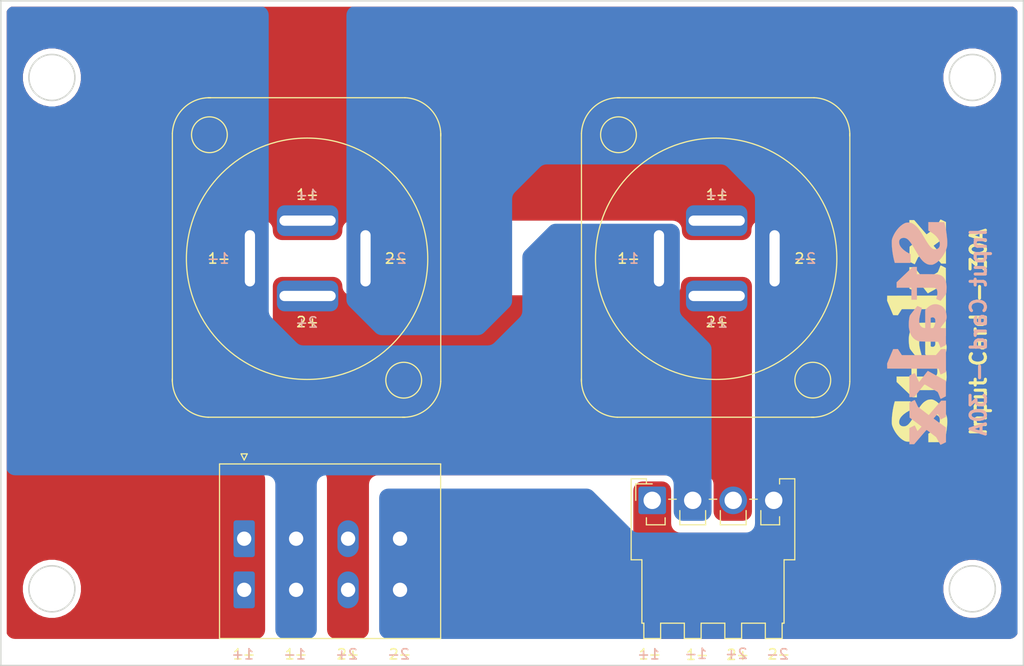
<source format=kicad_pcb>
(kicad_pcb (version 20171130) (host pcbnew "(5.1.6)-1")

  (general
    (thickness 1.6)
    (drawings 46)
    (tracks 0)
    (zones 0)
    (modules 6)
    (nets 5)
  )

  (page A4)
  (title_block
    (title "PCB Ingressi")
    (date 2020-12-17)
    (rev v1.0)
    (company Stakx)
  )

  (layers
    (0 F.Cu signal)
    (31 B.Cu signal)
    (32 B.Adhes user)
    (33 F.Adhes user)
    (34 B.Paste user)
    (35 F.Paste user)
    (36 B.SilkS user)
    (37 F.SilkS user)
    (38 B.Mask user)
    (39 F.Mask user)
    (40 Dwgs.User user hide)
    (41 Cmts.User user)
    (42 Eco1.User user)
    (43 Eco2.User user)
    (44 Edge.Cuts user)
    (45 Margin user)
    (46 B.CrtYd user)
    (47 F.CrtYd user)
    (48 B.Fab user)
    (49 F.Fab user)
  )

  (setup
    (last_trace_width 0.25)
    (user_trace_width 2)
    (user_trace_width 6)
    (user_trace_width 17)
    (trace_clearance 0.2)
    (zone_clearance 0.508)
    (zone_45_only yes)
    (trace_min 0.2)
    (via_size 0.8)
    (via_drill 0.4)
    (via_min_size 0.4)
    (via_min_drill 0.3)
    (uvia_size 0.3)
    (uvia_drill 0.1)
    (uvias_allowed no)
    (uvia_min_size 0.2)
    (uvia_min_drill 0.1)
    (edge_width 0.05)
    (segment_width 0.2)
    (pcb_text_width 0.3)
    (pcb_text_size 1.5 1.5)
    (mod_edge_width 0.12)
    (mod_text_size 1 1)
    (mod_text_width 0.15)
    (pad_size 3 6)
    (pad_drill 1)
    (pad_to_mask_clearance 0)
    (aux_axis_origin 0 0)
    (visible_elements 7FFFFFFF)
    (pcbplotparams
      (layerselection 0x010f0_ffffffff)
      (usegerberextensions false)
      (usegerberattributes true)
      (usegerberadvancedattributes false)
      (creategerberjobfile true)
      (excludeedgelayer true)
      (linewidth 0.100000)
      (plotframeref false)
      (viasonmask false)
      (mode 1)
      (useauxorigin false)
      (hpglpennumber 1)
      (hpglpenspeed 20)
      (hpglpendiameter 15.000000)
      (psnegative false)
      (psa4output false)
      (plotreference false)
      (plotvalue false)
      (plotinvisibletext false)
      (padsonsilk false)
      (subtractmaskfromsilk false)
      (outputformat 1)
      (mirror false)
      (drillshape 0)
      (scaleselection 1)
      (outputdirectory "gerbers_jlcpcb/"))
  )

  (net 0 "")
  (net 1 "Net-(J1-Pad2-)")
  (net 2 "Net-(J1-Pad2+)")
  (net 3 "Net-(J1-Pad1-)")
  (net 4 "Net-(J1-Pad1+)")

  (net_class Default "This is the default net class."
    (clearance 0.2)
    (trace_width 0.25)
    (via_dia 0.8)
    (via_drill 0.4)
    (uvia_dia 0.3)
    (uvia_drill 0.1)
    (add_net "Net-(J1-Pad1+)")
    (add_net "Net-(J1-Pad1-)")
    (add_net "Net-(J1-Pad2+)")
    (add_net "Net-(J1-Pad2-)")
  )

  (module Test:Phoenix_ZFKDSA_2,5_5,08_4 (layer F.Cu) (tedit 5FDA3013) (tstamp 5FD6F149)
    (at 48.8 82.6)
    (path /5FD26AE9)
    (fp_text reference J3 (at 8.3 -8.5) (layer Dwgs.User)
      (effects (font (size 1 1) (thickness 0.15)))
    )
    (fp_text value "Phoenix ZFKDSA" (at 8.36 5.842) (layer Dwgs.User)
      (effects (font (size 1 1) (thickness 0.15)))
    )
    (fp_line (start 0.95 -2) (end 0 -0.5) (layer F.Fab) (width 0.1))
    (fp_line (start 0 -0.5) (end -0.95 -2) (layer F.Fab) (width 0.1))
    (fp_line (start -2.3 -12.2) (end -2.3 4.65) (layer F.Fab) (width 0.1))
    (fp_line (start 19.21 -12.31) (end -2.41 -12.31) (layer F.SilkS) (width 0.12))
    (fp_line (start 19.6 -12.59) (end -2.8 -12.59) (layer F.CrtYd) (width 0.05))
    (fp_line (start -2.8 -12.59) (end -2.8 5.15) (layer F.CrtYd) (width 0.05))
    (fp_line (start -0.3 -13.2948) (end 0.3 -13.2948) (layer F.SilkS) (width 0.12))
    (fp_line (start 0 -5.5) (end -0.95 -7) (layer F.Fab) (width 0.1))
    (fp_line (start 19.1 4.65) (end 19.1 -12.2) (layer F.Fab) (width 0.1))
    (fp_line (start -2.41 -12.31) (end -2.41 4.76) (layer F.SilkS) (width 0.12))
    (fp_line (start 19.21 4.76) (end 19.21 -12.31) (layer F.SilkS) (width 0.12))
    (fp_line (start 0.3 -13.2948) (end 0 -12.6948) (layer F.SilkS) (width 0.12))
    (fp_line (start -2.41 4.76) (end 19.21 4.76) (layer F.SilkS) (width 0.12))
    (fp_line (start -2.8 5.15) (end 19.6 5.15) (layer F.CrtYd) (width 0.05))
    (fp_line (start 0 -12.6948) (end -0.3 -13.2948) (layer F.SilkS) (width 0.12))
    (fp_line (start 19.1 -12.2) (end -2.3 -12.2) (layer F.Fab) (width 0.1))
    (fp_line (start 0.95 -7) (end 0 -5.5) (layer F.Fab) (width 0.1))
    (fp_line (start -2.3 4.65) (end 19.1 4.65) (layer F.Fab) (width 0.1))
    (fp_line (start 19.6 5.15) (end 19.6 -12.59) (layer F.CrtYd) (width 0.05))
    (pad 3 thru_hole oval (at 10.16 0) (size 2.08 3.6) (drill 1.4) (layers *.Cu *.Mask)
      (net 2 "Net-(J1-Pad2+)"))
    (pad 2 thru_hole oval (at 5.08 0) (size 2.08 3.6) (drill 1.4) (layers *.Cu *.Mask)
      (net 3 "Net-(J1-Pad1-)"))
    (pad 4 thru_hole oval (at 15.24 0) (size 2.08 3.6) (drill 1.4) (layers *.Cu *.Mask)
      (net 1 "Net-(J1-Pad2-)"))
    (pad 1 thru_hole roundrect (at 0 0) (size 2.08 3.6) (drill 1.4) (layers *.Cu *.Mask) (roundrect_rratio 0.120192)
      (net 4 "Net-(J1-Pad1+)"))
    (pad 1 thru_hole roundrect (at 0 -5) (size 2.08 3.6) (drill 1.4) (layers *.Cu *.Mask) (roundrect_rratio 0.120192)
      (net 4 "Net-(J1-Pad1+)"))
    (pad 2 thru_hole oval (at 5.08 -5) (size 2.08 3.6) (drill 1.4) (layers *.Cu *.Mask)
      (net 3 "Net-(J1-Pad1-)"))
    (pad 4 thru_hole oval (at 15.24 -5) (size 2.08 3.6) (drill 1.4) (layers *.Cu *.Mask)
      (net 1 "Net-(J1-Pad2-)"))
    (pad 3 thru_hole oval (at 10.16 -5) (size 2.08 3.6) (drill 1.4) (layers *.Cu *.Mask)
      (net 2 "Net-(J1-Pad2+)"))
  )

  (module "Stakx logo:stakx_small_fp" (layer B.Cu) (tedit 0) (tstamp 5FD7C8FE)
    (at 114.6 57.4 270)
    (fp_text reference G*** (at 0 0 270) (layer Dwgs.User) hide
      (effects (font (size 1.524 1.524) (thickness 0.3)))
    )
    (fp_text value LOGO (at 0.75 0 270) (layer Dwgs.User) hide
      (effects (font (size 1.524 1.524) (thickness 0.3)))
    )
    (fp_poly (pts (xy 7.617249 0.744432) (xy 8.344904 0.738629) (xy 8.786124 0.149365) (xy 8.891539 0.008994)
      (xy 8.988581 -0.119436) (xy 9.074103 -0.23182) (xy 9.144956 -0.324052) (xy 9.197992 -0.392027)
      (xy 9.230061 -0.431641) (xy 9.238368 -0.440299) (xy 9.257612 -0.426218) (xy 9.302686 -0.387338)
      (xy 9.367388 -0.32917) (xy 9.445519 -0.257222) (xy 9.467958 -0.236293) (xy 9.686523 -0.031886)
      (xy 9.407324 0.097985) (xy 9.306764 0.14524) (xy 9.222293 0.185847) (xy 9.161097 0.216281)
      (xy 9.13036 0.233016) (xy 9.128125 0.234953) (xy 9.137384 0.256212) (xy 9.162695 0.309266)
      (xy 9.200363 0.386484) (xy 9.246693 0.480231) (xy 9.254461 0.495851) (xy 9.380797 0.749653)
      (xy 10.95816 0.749653) (xy 10.95816 0.291545) (xy 10.743186 0.106173) (xy 10.667535 0.040942)
      (xy 10.565577 -0.046968) (xy 10.444405 -0.151443) (xy 10.311112 -0.266366) (xy 10.17279 -0.385623)
      (xy 10.05005 -0.491444) (xy 9.926824 -0.597946) (xy 9.814654 -0.695394) (xy 9.717852 -0.780005)
      (xy 9.640728 -0.847992) (xy 9.587592 -0.89557) (xy 9.562755 -0.918955) (xy 9.561571 -0.920381)
      (xy 9.571732 -0.941576) (xy 9.605636 -0.99279) (xy 9.659874 -1.069301) (xy 9.731034 -1.166383)
      (xy 9.815705 -1.279313) (xy 9.907951 -1.40009) (xy 10.264646 -1.863107) (xy 10.627896 -2.067042)
      (xy 10.742851 -2.131359) (xy 10.844879 -2.188025) (xy 10.927649 -2.233557) (xy 10.984826 -2.264472)
      (xy 11.01008 -2.277286) (xy 11.010239 -2.277342) (xy 11.007909 -2.298134) (xy 10.988304 -2.35077)
      (xy 10.954486 -2.427964) (xy 10.909519 -2.522433) (xy 10.894357 -2.552964) (xy 10.759383 -2.822222)
      (xy 9.328488 -2.822222) (xy 8.896019 -2.215885) (xy 8.793123 -2.072229) (xy 8.698099 -1.940722)
      (xy 8.61401 -1.825518) (xy 8.543921 -1.730766) (xy 8.490897 -1.660618) (xy 8.458001 -1.619225)
      (xy 8.448405 -1.609548) (xy 8.428289 -1.623317) (xy 8.382816 -1.660385) (xy 8.319266 -1.7144)
      (xy 8.244918 -1.779007) (xy 8.167053 -1.847851) (xy 8.09295 -1.914579) (xy 8.029888 -1.972835)
      (xy 8.004971 -1.996609) (xy 7.997037 -2.011128) (xy 8.00623 -2.028224) (xy 8.037654 -2.051251)
      (xy 8.096413 -2.083563) (xy 8.187611 -2.128515) (xy 8.253018 -2.159639) (xy 8.35362 -2.207952)
      (xy 8.43817 -2.250012) (xy 8.499509 -2.282146) (xy 8.530475 -2.300677) (xy 8.532813 -2.303249)
      (xy 8.523527 -2.32617) (xy 8.498146 -2.380696) (xy 8.460382 -2.459034) (xy 8.413947 -2.553392)
      (xy 8.406477 -2.56842) (xy 8.280141 -2.822222) (xy 6.702778 -2.822222) (xy 6.702778 -2.362108)
      (xy 7.094141 -2.023035) (xy 7.230552 -1.904928) (xy 7.379375 -1.776207) (xy 7.529472 -1.646496)
      (xy 7.669704 -1.525422) (xy 7.788934 -1.422607) (xy 7.799785 -1.41326) (xy 8.114065 -1.142558)
      (xy 8.072012 -1.083909) (xy 8.047535 -1.05105) (xy 8.000155 -0.988571) (xy 7.933913 -0.901758)
      (xy 7.85285 -0.795898) (xy 7.761009 -0.676277) (xy 7.668268 -0.555762) (xy 7.306578 -0.086264)
      (xy 6.977117 0.068953) (xy 6.866864 0.121098) (xy 6.771473 0.166598) (xy 6.697699 0.202201)
      (xy 6.652303 0.22465) (xy 6.641004 0.230818) (xy 6.647763 0.251852) (xy 6.670974 0.304678)
      (xy 6.707166 0.381746) (xy 6.752868 0.475509) (xy 6.761972 0.493851) (xy 6.889593 0.750235)
      (xy 7.617249 0.744432)) (layer B.SilkS) (width 0.01))
    (fp_poly (pts (xy 6.348286 0.512631) (xy 6.346571 0.275608) (xy 5.721652 -0.219697) (xy 5.557539 -0.350018)
      (xy 5.425023 -0.456008) (xy 5.320958 -0.540495) (xy 5.242198 -0.606303) (xy 5.185598 -0.65626)
      (xy 5.14801 -0.693191) (xy 5.12629 -0.719923) (xy 5.11729 -0.739282) (xy 5.117866 -0.754094)
      (xy 5.120336 -0.759888) (xy 5.136835 -0.789187) (xy 5.172251 -0.850733) (xy 5.223204 -0.938732)
      (xy 5.286312 -1.047388) (xy 5.358192 -1.170907) (xy 5.435464 -1.303493) (xy 5.514744 -1.439351)
      (xy 5.592652 -1.572687) (xy 5.665805 -1.697704) (xy 5.730822 -1.808607) (xy 5.784321 -1.899602)
      (xy 5.82292 -1.964894) (xy 5.843237 -1.998687) (xy 5.843472 -1.999063) (xy 5.873561 -2.021979)
      (xy 5.938893 -2.055866) (xy 6.032905 -2.097673) (xy 6.149033 -2.14435) (xy 6.187573 -2.158985)
      (xy 6.298281 -2.201344) (xy 6.393778 -2.239516) (xy 6.46666 -2.270414) (xy 6.509523 -2.290948)
      (xy 6.517583 -2.296644) (xy 6.512276 -2.322035) (xy 6.489698 -2.378303) (xy 6.453362 -2.457431)
      (xy 6.406782 -2.551404) (xy 6.400821 -2.563005) (xy 6.27283 -2.811198) (xy 5.519795 -2.816997)
      (xy 4.766759 -2.822796) (xy 4.468312 -2.276806) (xy 4.37818 -2.112051) (xy 4.283416 -1.939075)
      (xy 4.189472 -1.767808) (xy 4.101795 -1.60818) (xy 4.025837 -1.470121) (xy 3.981139 -1.389062)
      (xy 3.792412 -1.047309) (xy 3.85302 -0.996939) (xy 3.886143 -0.970525) (xy 3.949113 -0.921335)
      (xy 4.036748 -0.853378) (xy 4.143864 -0.770662) (xy 4.26528 -0.677197) (xy 4.395813 -0.576992)
      (xy 4.405334 -0.569693) (xy 4.89704 -0.192818) (xy 4.680942 -0.089995) (xy 4.559251 -0.032656)
      (xy 4.421086 0.031583) (xy 4.290081 0.091755) (xy 4.247378 0.111145) (xy 4.157733 0.15348)
      (xy 4.084093 0.191659) (xy 4.035243 0.220916) (xy 4.019963 0.234566) (xy 4.025549 0.262888)
      (xy 4.048029 0.321862) (xy 4.083877 0.403055) (xy 4.129567 0.498034) (xy 4.132883 0.504662)
      (xy 4.255751 0.749653) (xy 6.35 0.749653) (xy 6.348286 0.512631)) (layer B.SilkS) (width 0.01))
    (fp_poly (pts (xy 3.319897 2.927739) (xy 3.560851 2.921441) (xy 3.566456 0.406373) (xy 3.572061 -2.108696)
      (xy 3.842064 -2.192193) (xy 3.945321 -2.224953) (xy 4.033275 -2.254417) (xy 4.097302 -2.277582)
      (xy 4.12878 -2.29145) (xy 4.129988 -2.292372) (xy 4.127407 -2.317204) (xy 4.107618 -2.373279)
      (xy 4.073782 -2.45273) (xy 4.029059 -2.547688) (xy 4.020188 -2.565638) (xy 3.892468 -2.822222)
      (xy 2.783389 -2.822222) (xy 2.526047 -2.822032) (xy 2.30958 -2.821407) (xy 2.130767 -2.820262)
      (xy 1.986387 -2.818514) (xy 1.873219 -2.816079) (xy 1.788043 -2.812872) (xy 1.727637 -2.80881)
      (xy 1.688781 -2.803808) (xy 1.668253 -2.797783) (xy 1.6631 -2.793007) (xy 1.658837 -2.759143)
      (xy 1.656762 -2.692747) (xy 1.657111 -2.60534) (xy 1.65828 -2.55697) (xy 1.664671 -2.350147)
      (xy 2.247159 -1.841059) (xy 2.248959 1.494381) (xy 1.950582 1.686781) (xy 1.652206 1.879181)
      (xy 1.658438 2.110005) (xy 1.664671 2.34083) (xy 2.105643 2.52727) (xy 2.257034 2.591157)
      (xy 2.414702 2.657486) (xy 2.567042 2.721388) (xy 2.702449 2.777995) (xy 2.809321 2.822442)
      (xy 2.812779 2.823873) (xy 3.078942 2.934037) (xy 3.319897 2.927739)) (layer B.SilkS) (width 0.01))
    (fp_poly (pts (xy -0.486934 0.803824) (xy -0.332493 0.78606) (xy -0.327102 0.785186) (xy -0.050917 0.722837)
      (xy 0.193126 0.632067) (xy 0.404346 0.513385) (xy 0.582058 0.367301) (xy 0.725582 0.194323)
      (xy 0.834232 -0.00504) (xy 0.873892 -0.110243) (xy 0.883933 -0.145009) (xy 0.892326 -0.185643)
      (xy 0.899294 -0.236606) (xy 0.905058 -0.302358) (xy 0.90984 -0.387358) (xy 0.913862 -0.496068)
      (xy 0.917347 -0.632948) (xy 0.920514 -0.802458) (xy 0.923588 -1.009058) (xy 0.925385 -1.145318)
      (xy 0.937066 -2.059127) (xy 1.168577 -2.152829) (xy 1.268268 -2.192963) (xy 1.358555 -2.228924)
      (xy 1.428192 -2.256255) (xy 1.461355 -2.268867) (xy 1.522623 -2.291203) (xy 1.389393 -2.556981)
      (xy 1.256163 -2.822758) (xy 0.435156 -2.816978) (xy -0.38585 -2.811198) (xy -0.389725 -2.55009)
      (xy -0.392101 -2.447369) (xy -0.395689 -2.361749) (xy -0.4 -2.302288) (xy -0.404452 -2.278128)
      (xy -0.424201 -2.287845) (xy -0.473156 -2.321201) (xy -0.546052 -2.374338) (xy -0.637623 -2.443393)
      (xy -0.742606 -2.524507) (xy -0.773894 -2.549016) (xy -0.90644 -2.651889) (xy -1.010918 -2.729721)
      (xy -1.092785 -2.78612) (xy -1.157498 -2.824695) (xy -1.210513 -2.849053) (xy -1.243529 -2.859563)
      (xy -1.385806 -2.881387) (xy -1.560247 -2.88254) (xy -1.760044 -2.86298) (xy -1.761538 -2.862767)
      (xy -1.991935 -2.811192) (xy -2.193339 -2.727137) (xy -2.364606 -2.611712) (xy -2.504593 -2.466027)
      (xy -2.612156 -2.29119) (xy -2.686152 -2.088311) (xy -2.716534 -1.936167) (xy -2.726466 -1.732511)
      (xy -2.696416 -1.5382) (xy -2.684578 -1.506938) (xy -1.447312 -1.506938) (xy -1.431368 -1.605799)
      (xy -1.381234 -1.690417) (xy -1.300761 -1.750562) (xy -1.293691 -1.753765) (xy -1.208142 -1.776057)
      (xy -1.095007 -1.784897) (xy -0.968578 -1.780655) (xy -0.843146 -1.763701) (xy -0.748258 -1.739659)
      (xy -0.647047 -1.703155) (xy -0.552376 -1.663206) (xy -0.472975 -1.624125) (xy -0.417577 -1.590223)
      (xy -0.394911 -1.565814) (xy -0.394808 -1.56508) (xy -0.392959 -1.531778) (xy -0.390567 -1.47128)
      (xy -0.389295 -1.433159) (xy -0.38585 -1.322916) (xy -1.391312 -1.322916) (xy -1.42522 -1.404068)
      (xy -1.447312 -1.506938) (xy -2.684578 -1.506938) (xy -2.625372 -1.350594) (xy -2.51232 -1.167056)
      (xy -2.356249 -0.984949) (xy -2.348274 -0.976821) (xy -2.167657 -0.79375) (xy -0.396875 -0.79375)
      (xy -0.396875 -0.731532) (xy -0.417779 -0.60393) (xy -0.476068 -0.481806) (xy -0.56511 -0.373266)
      (xy -0.678271 -0.286415) (xy -0.807508 -0.229767) (xy -0.947104 -0.204817) (xy -1.119581 -0.201864)
      (xy -1.325983 -0.221038) (xy -1.567358 -0.262471) (xy -1.844751 -0.326294) (xy -2.078566 -0.389361)
      (xy -2.182894 -0.418268) (xy -2.270736 -0.441191) (xy -2.334086 -0.456147) (xy -2.364941 -0.461155)
      (xy -2.366594 -0.460699) (xy -2.378294 -0.43704) (xy -2.402658 -0.383451) (xy -2.435003 -0.310544)
      (xy -2.470647 -0.228931) (xy -2.504905 -0.149224) (xy -2.523689 -0.104718) (xy -2.556641 -0.025852)
      (xy -2.122881 0.323316) (xy -2.000899 0.420627) (xy -1.887074 0.509773) (xy -1.786868 0.586608)
      (xy -1.705739 0.646988) (xy -1.649147 0.686767) (xy -1.625896 0.700674) (xy -1.521195 0.735606)
      (xy -1.381871 0.764801) (xy -1.217095 0.787662) (xy -1.036041 0.803591) (xy -0.847881 0.811993)
      (xy -0.661788 0.812269) (xy -0.486934 0.803824)) (layer B.SilkS) (width 0.01))
    (fp_poly (pts (xy -4.343576 0.551216) (xy -3.175 0.551216) (xy -3.175 0.022049) (xy -4.343576 0.022049)
      (xy -4.343576 -0.856635) (xy -4.343533 -1.076442) (xy -4.343251 -1.256526) (xy -4.342503 -1.401259)
      (xy -4.341061 -1.515016) (xy -4.338695 -1.60217) (xy -4.335178 -1.667093) (xy -4.330283 -1.714161)
      (xy -4.32378 -1.747746) (xy -4.315441 -1.772222) (xy -4.305039 -1.791962) (xy -4.293892 -1.809045)
      (xy -4.225587 -1.885895) (xy -4.136085 -1.939328) (xy -4.016058 -1.974404) (xy -3.975708 -1.981625)
      (xy -3.792192 -1.99087) (xy -3.589139 -1.963666) (xy -3.421066 -1.917799) (xy -3.346913 -1.895334)
      (xy -3.288865 -1.881322) (xy -3.260335 -1.87876) (xy -3.244619 -1.899938) (xy -3.216634 -1.951142)
      (xy -3.181337 -2.021803) (xy -3.143682 -2.101353) (xy -3.108627 -2.179223) (xy -3.081128 -2.244845)
      (xy -3.06614 -2.287652) (xy -3.064757 -2.295799) (xy -3.081269 -2.313775) (xy -3.127242 -2.354354)
      (xy -3.19733 -2.413065) (xy -3.28619 -2.485434) (xy -3.388475 -2.566991) (xy -3.395428 -2.572477)
      (xy -3.51359 -2.665618) (xy -3.606359 -2.736014) (xy -3.683092 -2.787093) (xy -3.753146 -2.82228)
      (xy -3.825876 -2.845) (xy -3.91064 -2.858681) (xy -4.016794 -2.866749) (xy -4.153695 -2.872629)
      (xy -4.222309 -2.875258) (xy -4.423509 -2.878758) (xy -4.590737 -2.871784) (xy -4.718625 -2.856428)
      (xy -4.952991 -2.803029) (xy -5.151319 -2.725108) (xy -5.315112 -2.621275) (xy -5.445873 -2.490141)
      (xy -5.545106 -2.330317) (xy -5.614316 -2.140414) (xy -5.643666 -2.001718) (xy -5.64874 -1.9481)
      (xy -5.653375 -1.855406) (xy -5.657465 -1.728656) (xy -5.660905 -1.572872) (xy -5.66359 -1.393074)
      (xy -5.665414 -1.194281) (xy -5.666273 -0.981515) (xy -5.666326 -0.920529) (xy -5.666493 0.022049)
      (xy -6.372048 0.022049) (xy -6.372048 0.432226) (xy -4.86878 2.006424) (xy -4.343576 2.006424)
      (xy -4.343576 0.551216)) (layer B.SilkS) (width 0.01))
    (fp_poly (pts (xy -8.687152 2.47545) (xy -8.375268 2.464271) (xy -8.038614 2.434047) (xy -7.691153 2.386815)
      (xy -7.34685 2.324608) (xy -7.019667 2.249462) (xy -6.884678 2.212808) (xy -6.768923 2.179684)
      (xy -6.768923 0.63941) (xy -7.619354 0.63941) (xy -7.692738 0.788238) (xy -7.846922 1.059928)
      (xy -8.028229 1.302067) (xy -8.113947 1.397131) (xy -8.245689 1.525653) (xy -8.366759 1.620488)
      (xy -8.485821 1.687579) (xy -8.597448 1.72887) (xy -8.757321 1.758963) (xy -8.898312 1.752193)
      (xy -9.017325 1.710614) (xy -9.111265 1.636281) (xy -9.177035 1.531249) (xy -9.211542 1.397571)
      (xy -9.216104 1.318283) (xy -9.209823 1.220015) (xy -9.189541 1.127297) (xy -9.152618 1.037619)
      (xy -9.096417 0.94847) (xy -9.018301 0.857341) (xy -8.915631 0.761722) (xy -8.785771 0.659102)
      (xy -8.626083 0.546971) (xy -8.433928 0.422819) (xy -8.20667 0.284136) (xy -8.003645 0.164438)
      (xy -7.753901 0.016628) (xy -7.540172 -0.11511) (xy -7.358667 -0.233688) (xy -7.205598 -0.342014)
      (xy -7.077176 -0.442997) (xy -6.969611 -0.539548) (xy -6.879114 -0.634574) (xy -6.801895 -0.730986)
      (xy -6.761141 -0.78953) (xy -6.677446 -0.929835) (xy -6.623475 -1.058179) (xy -6.594307 -1.189884)
      (xy -6.585039 -1.337828) (xy -6.585839 -1.426584) (xy -6.592395 -1.493812) (xy -6.608629 -1.555291)
      (xy -6.638465 -1.626805) (xy -6.676309 -1.704966) (xy -6.786842 -1.887579) (xy -6.93458 -2.070086)
      (xy -7.112886 -2.247657) (xy -7.315122 -2.415465) (xy -7.534651 -2.568681) (xy -7.764833 -2.702475)
      (xy -7.999032 -2.81202) (xy -8.23061 -2.892486) (xy -8.348496 -2.92138) (xy -8.464223 -2.937961)
      (xy -8.610586 -2.947774) (xy -8.774591 -2.950463) (xy -8.943245 -2.945671) (xy -9.028906 -2.940069)
      (xy -9.320067 -2.912893) (xy -9.612546 -2.878164) (xy -9.896348 -2.837389) (xy -10.161481 -2.792073)
      (xy -10.397951 -2.743723) (xy -10.510945 -2.716695) (xy -10.748698 -2.656171) (xy -10.754492 -1.879301)
      (xy -10.760286 -1.10243) (xy -9.927826 -1.10243) (xy -9.82779 -1.274597) (xy -9.670692 -1.519384)
      (xy -9.504371 -1.730392) (xy -9.330951 -1.906253) (xy -9.152556 -2.045598) (xy -8.971308 -2.14706)
      (xy -8.789332 -2.20927) (xy -8.608751 -2.230859) (xy -8.43169 -2.210459) (xy -8.392054 -2.199793)
      (xy -8.276484 -2.143625) (xy -8.183474 -2.055807) (xy -8.118142 -1.945187) (xy -8.085608 -1.820618)
      (xy -8.090989 -1.690948) (xy -8.092811 -1.682387) (xy -8.117023 -1.598456) (xy -8.152951 -1.523574)
      (xy -8.207281 -1.447572) (xy -8.286699 -1.360282) (xy -8.338671 -1.308479) (xy -8.404863 -1.247297)
      (xy -8.480445 -1.18469) (xy -8.569822 -1.117678) (xy -8.677397 -1.043279) (xy -8.807575 -0.958513)
      (xy -8.964759 -0.860399) (xy -9.153354 -0.745957) (xy -9.293489 -0.662222) (xy -9.513655 -0.529841)
      (xy -9.699674 -0.414548) (xy -9.856418 -0.312887) (xy -9.988761 -0.221404) (xy -10.101575 -0.136641)
      (xy -10.199733 -0.055145) (xy -10.288108 0.026542) (xy -10.343866 0.082678) (xy -10.48353 0.239263)
      (xy -10.586948 0.383973) (xy -10.657463 0.524359) (xy -10.698417 0.667972) (xy -10.713152 0.822364)
      (xy -10.711377 0.913003) (xy -10.698552 1.041001) (xy -10.672353 1.146795) (xy -10.642469 1.221245)
      (xy -10.532685 1.415942) (xy -10.384984 1.609143) (xy -10.205411 1.79593) (xy -10.000013 1.971383)
      (xy -9.774836 2.130582) (xy -9.535928 2.268609) (xy -9.289334 2.380543) (xy -9.161198 2.42644)
      (xy -9.091471 2.447074) (xy -9.024687 2.461171) (xy -8.949934 2.46986) (xy -8.856302 2.474268)
      (xy -8.732878 2.475523) (xy -8.687152 2.47545)) (layer B.SilkS) (width 0.01))
  )

  (module "Connector Audio:Jack_speakON_Neutrik_NL4MP" (layer F.Cu) (tedit 5FD357D3) (tstamp 5FDB86D2)
    (at 95 46.5)
    (path /5FD48C19)
    (fp_text reference J2 (at 0 3.5) (layer Dwgs.User)
      (effects (font (size 1 1) (thickness 0.15)))
    )
    (fp_text value SpeakON_NL4 (at 0 0) (layer Dwgs.User)
      (effects (font (size 1 1) (thickness 0.15)))
    )
    (fp_circle (center 9.4 15.6) (end 11.15 15.6) (layer F.SilkS) (width 0.12))
    (fp_line (start -13.22 15.72) (end -13.22 -8.52) (layer F.SilkS) (width 0.12))
    (fp_line (start 13.4 19.6) (end 13.4 -12.4) (layer F.CrtYd) (width 0.05))
    (fp_circle (center -9.6 -8.4) (end -7.85 -8.4) (layer F.Fab) (width 0.1))
    (fp_line (start -9.72 -12.02) (end 9.52 -12.02) (layer F.SilkS) (width 0.12))
    (fp_line (start 13.02 15.72) (end 13.02 -8.52) (layer F.SilkS) (width 0.12))
    (fp_line (start -13.6 19.6) (end 13.4 19.6) (layer F.CrtYd) (width 0.05))
    (fp_line (start -13.1 15.6) (end -13.1 -8.4) (layer F.Fab) (width 0.1))
    (fp_line (start -13.6 19.6) (end -13.6 -12.4) (layer F.CrtYd) (width 0.05))
    (fp_line (start -9.6 19.1) (end 9.4 19.1) (layer F.Fab) (width 0.1))
    (fp_circle (center -9.6 -8.4) (end -7.85 -8.4) (layer F.SilkS) (width 0.12))
    (fp_line (start -13.6 -12.4) (end 13.4 -12.4) (layer F.CrtYd) (width 0.05))
    (fp_circle (center 9.4 15.6) (end 7.65 15.6) (layer F.Fab) (width 0.1))
    (fp_line (start -9.72 19.22) (end 9.52 19.22) (layer F.SilkS) (width 0.12))
    (fp_circle (center -0.0492 3.727) (end 11.7508 3.727) (layer F.Fab) (width 0.1))
    (fp_line (start -9.6 -11.9) (end 9.4 -11.9) (layer F.Fab) (width 0.1))
    (fp_line (start 12.9 15.6) (end 12.9 -8.4) (layer F.Fab) (width 0.1))
    (fp_circle (center -0.0492 3.727) (end 11.7508 3.727) (layer F.SilkS) (width 0.12))
    (fp_arc (start 9.4 -8.4) (end 9.52 -12.02) (angle 90) (layer F.SilkS) (width 0.12))
    (fp_arc (start -9.6 15.6) (end -9.6 19.1) (angle 90) (layer F.Fab) (width 0.1))
    (fp_arc (start 9.4 -8.4) (end 9.4 -11.9) (angle 90) (layer F.Fab) (width 0.1))
    (fp_arc (start -9.6 -8.4) (end -13.1 -8.4) (angle 90) (layer F.Fab) (width 0.1))
    (fp_arc (start 9.4 15.6) (end 12.9 15.6) (angle 90) (layer F.Fab) (width 0.1))
    (fp_arc (start -9.6 -8.4) (end -13.22 -8.52) (angle 90) (layer F.SilkS) (width 0.12))
    (fp_arc (start -9.6 15.6) (end -9.72 19.22) (angle 90) (layer F.SilkS) (width 0.12))
    (fp_arc (start 9.4 15.6) (end 13.02 15.72) (angle 90) (layer F.SilkS) (width 0.12))
    (pad 2- thru_hole roundrect (at 5.6642 3.683 180) (size 3 6) (drill oval 1 5.5) (layers *.Cu *.Mask) (roundrect_rratio 0.25)
      (net 1 "Net-(J1-Pad2-)"))
    (pad 2+ thru_hole roundrect (at 0 7.366 270) (size 3 6) (drill oval 1 5.5) (layers *.Cu *.Mask) (roundrect_rratio 0.25)
      (net 2 "Net-(J1-Pad2+)"))
    (pad 1- thru_hole roundrect (at -5.6388 3.683 180) (size 3 6) (drill oval 1 5.5) (layers *.Cu *.Mask) (roundrect_rratio 0.25)
      (net 3 "Net-(J1-Pad1-)"))
    (pad 1+ thru_hole roundrect (at 0 0 90) (size 3 6) (drill oval 1 5.5) (layers *.Cu *.Mask) (roundrect_rratio 0.25)
      (net 4 "Net-(J1-Pad1+)"))
    (model ./3DModels/NL4MP.stp
      (offset (xyz 0 -3.7 21.7))
      (scale (xyz 1 1 1))
      (rotate (xyz 0 0 0))
    )
    (model ./3DModels/AH_87160.step
      (offset (xyz 35.5 32.5 23.72))
      (scale (xyz 1 1 1))
      (rotate (xyz -56 0 180))
    )
  )

  (module "Connector Audio:Jack_speakON_Neutrik_NL4MP" (layer F.Cu) (tedit 5FDB7792) (tstamp 5FDB88C8)
    (at 55 46.5)
    (path /5FD43F0D)
    (fp_text reference J1 (at 0 3.7) (layer Dwgs.User)
      (effects (font (size 1 1) (thickness 0.15)))
    )
    (fp_text value SpeakON_NL4 (at 0 0) (layer Dwgs.User)
      (effects (font (size 1 1) (thickness 0.15)))
    )
    (fp_circle (center 9.4 15.6) (end 11.15 15.6) (layer F.SilkS) (width 0.12))
    (fp_line (start -13.22 15.72) (end -13.22 -8.52) (layer F.SilkS) (width 0.12))
    (fp_line (start 13.4 19.6) (end 13.4 -12.4) (layer F.CrtYd) (width 0.05))
    (fp_circle (center -9.6 -8.4) (end -7.85 -8.4) (layer F.Fab) (width 0.1))
    (fp_line (start -9.72 -12.02) (end 9.52 -12.02) (layer F.SilkS) (width 0.12))
    (fp_line (start 13.02 15.72) (end 13.02 -8.52) (layer F.SilkS) (width 0.12))
    (fp_line (start -13.6 19.6) (end 13.4 19.6) (layer F.CrtYd) (width 0.05))
    (fp_line (start -13.1 15.6) (end -13.1 -8.4) (layer F.Fab) (width 0.1))
    (fp_line (start -13.6 19.6) (end -13.6 -12.4) (layer F.CrtYd) (width 0.05))
    (fp_line (start -9.6 19.1) (end 9.4 19.1) (layer F.Fab) (width 0.1))
    (fp_circle (center -9.6 -8.4) (end -7.85 -8.4) (layer F.SilkS) (width 0.12))
    (fp_line (start -13.6 -12.4) (end 13.4 -12.4) (layer F.CrtYd) (width 0.05))
    (fp_circle (center 9.4 15.6) (end 7.65 15.6) (layer F.Fab) (width 0.1))
    (fp_line (start -9.72 19.22) (end 9.52 19.22) (layer F.SilkS) (width 0.12))
    (fp_circle (center -0.0492 3.727) (end 11.7508 3.727) (layer F.Fab) (width 0.1))
    (fp_line (start -9.6 -11.9) (end 9.4 -11.9) (layer F.Fab) (width 0.1))
    (fp_line (start 12.9 15.6) (end 12.9 -8.4) (layer F.Fab) (width 0.1))
    (fp_circle (center -0.0492 3.727) (end 11.7508 3.727) (layer F.SilkS) (width 0.12))
    (fp_arc (start 9.4 -8.4) (end 9.52 -12.02) (angle 90) (layer F.SilkS) (width 0.12))
    (fp_arc (start -9.6 15.6) (end -9.6 19.1) (angle 90) (layer F.Fab) (width 0.1))
    (fp_arc (start 9.4 -8.4) (end 9.4 -11.9) (angle 90) (layer F.Fab) (width 0.1))
    (fp_arc (start -9.6 -8.4) (end -13.1 -8.4) (angle 90) (layer F.Fab) (width 0.1))
    (fp_arc (start 9.4 15.6) (end 12.9 15.6) (angle 90) (layer F.Fab) (width 0.1))
    (fp_arc (start -9.6 -8.4) (end -13.22 -8.52) (angle 90) (layer F.SilkS) (width 0.12))
    (fp_arc (start -9.6 15.6) (end -9.72 19.22) (angle 90) (layer F.SilkS) (width 0.12))
    (fp_arc (start 9.4 15.6) (end 13.02 15.72) (angle 90) (layer F.SilkS) (width 0.12))
    (pad 2- thru_hole roundrect (at 5.6642 3.683 180) (size 3 6) (drill oval 1 5.5) (layers *.Cu *.Mask) (roundrect_rratio 0.25)
      (net 1 "Net-(J1-Pad2-)"))
    (pad 2+ thru_hole roundrect (at 0 7.366 270) (size 3 6) (drill oval 1 5.5) (layers *.Cu *.Mask) (roundrect_rratio 0.25)
      (net 2 "Net-(J1-Pad2+)"))
    (pad 1- thru_hole roundrect (at -5.6388 3.683 180) (size 3 6) (drill oval 1 5.5) (layers *.Cu *.Mask) (roundrect_rratio 0.25)
      (net 3 "Net-(J1-Pad1-)"))
    (pad 1+ thru_hole roundrect (at 0 0 90) (size 3 6) (drill oval 1 5.5) (layers *.Cu *.Mask) (roundrect_rratio 0.25)
      (net 4 "Net-(J1-Pad1+)"))
    (model ./3DModels/NL4MP.stp
      (offset (xyz 0 -3.7 21.6))
      (scale (xyz 1 1 1))
      (rotate (xyz 0 0 0))
    )
  )

  (module "Connector JST:JST_VH_S4P-VH_1x04_P3.96mm_Horizontal" (layer F.Cu) (tedit 5B774B79) (tstamp 5FD3ABF1)
    (at 88.7 73.85)
    (descr "JST VH series connector, S4P-VH (http://www.jst-mfg.com/product/pdf/eng/eVH.pdf), generated with kicad-footprint-generator")
    (tags "connector JST VH top entry")
    (path /5FD27467)
    (fp_text reference J4 (at 5.87 6.95) (layer Dwgs.User)
      (effects (font (size 1 1) (thickness 0.15)))
    )
    (fp_text value JST_S4P-VH (at 5.94 14.6) (layer Dwgs.User)
      (effects (font (size 1 1) (thickness 0.15)))
    )
    (fp_line (start -1.61 -1.61) (end -1.61 0) (layer F.SilkS) (width 0.12))
    (fp_line (start 0 -1.61) (end -1.61 -1.61) (layer F.SilkS) (width 0.12))
    (fp_line (start 8.74 12.01) (end 11.06 12.01) (layer F.SilkS) (width 0.12))
    (fp_line (start 12.7 13.51) (end 12.7 12.01) (layer F.SilkS) (width 0.12))
    (fp_line (start 11.06 13.51) (end 12.7 13.51) (layer F.SilkS) (width 0.12))
    (fp_line (start 11.06 12.01) (end 11.06 13.51) (layer F.SilkS) (width 0.12))
    (fp_line (start 4.78 12.01) (end 7.1 12.01) (layer F.SilkS) (width 0.12))
    (fp_line (start 6.66 2.39) (end 9.18 2.39) (layer F.SilkS) (width 0.12))
    (fp_line (start 10.62 1) (end 10.62 2.39) (layer F.SilkS) (width 0.12))
    (fp_line (start 9.53 -0.11) (end 10.27 -0.11) (layer F.SilkS) (width 0.12))
    (fp_line (start 9.18 2.39) (end 9.18 1) (layer F.SilkS) (width 0.12))
    (fp_line (start 8.74 13.51) (end 8.74 12.01) (layer F.SilkS) (width 0.12))
    (fp_line (start 7.1 13.51) (end 8.74 13.51) (layer F.SilkS) (width 0.12))
    (fp_line (start 7.1 12.01) (end 7.1 13.51) (layer F.SilkS) (width 0.12))
    (fp_line (start 0.82 12.01) (end 3.14 12.01) (layer F.SilkS) (width 0.12))
    (fp_line (start 2.7 2.39) (end 5.22 2.39) (layer F.SilkS) (width 0.12))
    (fp_line (start 6.66 1) (end 6.66 2.39) (layer F.SilkS) (width 0.12))
    (fp_line (start 5.57 -0.11) (end 6.31 -0.11) (layer F.SilkS) (width 0.12))
    (fp_line (start 5.22 2.39) (end 5.22 1) (layer F.SilkS) (width 0.12))
    (fp_line (start 4.78 13.51) (end 4.78 12.01) (layer F.SilkS) (width 0.12))
    (fp_line (start 3.14 13.51) (end 4.78 13.51) (layer F.SilkS) (width 0.12))
    (fp_line (start 3.14 12.01) (end 3.14 13.51) (layer F.SilkS) (width 0.12))
    (fp_line (start 2.7 1) (end 2.7 2.39) (layer F.SilkS) (width 0.12))
    (fp_line (start 1.61 -0.11) (end 2.35 -0.11) (layer F.SilkS) (width 0.12))
    (fp_line (start 1.26 2.39) (end 1.26 1.7) (layer F.SilkS) (width 0.12))
    (fp_line (start 0.82 13.51) (end 0.82 12.01) (layer F.SilkS) (width 0.12))
    (fp_line (start -0.82 13.51) (end 0.82 13.51) (layer F.SilkS) (width 0.12))
    (fp_line (start -0.82 12.01) (end -0.82 13.51) (layer F.SilkS) (width 0.12))
    (fp_line (start 10.62 2.39) (end 12.46 2.39) (layer F.SilkS) (width 0.12))
    (fp_line (start -0.58 2.39) (end 1.26 2.39) (layer F.SilkS) (width 0.12))
    (fp_line (start 12.89 12.01) (end 12.89 5.81) (layer F.SilkS) (width 0.12))
    (fp_line (start 12.7 12.01) (end 12.89 12.01) (layer F.SilkS) (width 0.12))
    (fp_line (start -0.57 1.7) (end -0.57 2.39) (layer F.SilkS) (width 0.12))
    (fp_line (start -0.57 -2.11) (end -0.57 -1.61) (layer F.SilkS) (width 0.12))
    (fp_line (start -2.06 -2.11) (end -0.57 -2.11) (layer F.SilkS) (width 0.12))
    (fp_line (start -2.06 5.81) (end -2.06 -2.11) (layer F.SilkS) (width 0.12))
    (fp_line (start -1.01 5.81) (end -2.06 5.81) (layer F.SilkS) (width 0.12))
    (fp_line (start 12.45 2.39) (end 12.45 1.6) (layer F.SilkS) (width 0.12))
    (fp_line (start 13.94 5.81) (end 12.89 5.81) (layer F.SilkS) (width 0.12))
    (fp_line (start 13.94 -2.11) (end 13.94 5.81) (layer F.SilkS) (width 0.12))
    (fp_line (start 12.45 -2.11) (end 13.94 -2.11) (layer F.SilkS) (width 0.12))
    (fp_line (start 12.45 -1.6) (end 12.45 -2.11) (layer F.SilkS) (width 0.12))
    (fp_line (start -1.01 12.01) (end -0.82 12.01) (layer F.SilkS) (width 0.12))
    (fp_line (start -1.01 5.81) (end -1.01 12.01) (layer F.SilkS) (width 0.12))
    (fp_line (start 0 3.3) (end 0.8 2.5) (layer F.Fab) (width 0.1))
    (fp_line (start -0.8 2.5) (end 0 3.3) (layer F.Fab) (width 0.1))
    (fp_line (start 12.58 13.4) (end 12.58 11.9) (layer F.Fab) (width 0.1))
    (fp_line (start 11.18 13.4) (end 12.58 13.4) (layer F.Fab) (width 0.1))
    (fp_line (start 11.18 11.9) (end 11.18 13.4) (layer F.Fab) (width 0.1))
    (fp_line (start 10.5 0) (end 10.5 2.5) (layer F.Fab) (width 0.1))
    (fp_line (start 9.3 0) (end 10.5 0) (layer F.Fab) (width 0.1))
    (fp_line (start 9.3 2.5) (end 9.3 0) (layer F.Fab) (width 0.1))
    (fp_line (start 8.62 13.4) (end 8.62 11.9) (layer F.Fab) (width 0.1))
    (fp_line (start 7.22 13.4) (end 8.62 13.4) (layer F.Fab) (width 0.1))
    (fp_line (start 7.22 11.9) (end 7.22 13.4) (layer F.Fab) (width 0.1))
    (fp_line (start 6.54 0) (end 6.54 2.5) (layer F.Fab) (width 0.1))
    (fp_line (start 5.34 0) (end 6.54 0) (layer F.Fab) (width 0.1))
    (fp_line (start 5.34 2.5) (end 5.34 0) (layer F.Fab) (width 0.1))
    (fp_line (start 4.66 13.4) (end 4.66 11.9) (layer F.Fab) (width 0.1))
    (fp_line (start 3.26 13.4) (end 4.66 13.4) (layer F.Fab) (width 0.1))
    (fp_line (start 3.26 11.9) (end 3.26 13.4) (layer F.Fab) (width 0.1))
    (fp_line (start 2.58 0) (end 2.58 2.5) (layer F.Fab) (width 0.1))
    (fp_line (start 1.38 0) (end 2.58 0) (layer F.Fab) (width 0.1))
    (fp_line (start 1.38 2.5) (end 1.38 0) (layer F.Fab) (width 0.1))
    (fp_line (start 0.7 13.4) (end 0.7 11.9) (layer F.Fab) (width 0.1))
    (fp_line (start -0.7 13.4) (end 0.7 13.4) (layer F.Fab) (width 0.1))
    (fp_line (start -0.7 11.9) (end -0.7 13.4) (layer F.Fab) (width 0.1))
    (fp_line (start 14.33 -2.5) (end -2.45 -2.5) (layer F.CrtYd) (width 0.05))
    (fp_line (start 14.33 13.9) (end 14.33 -2.5) (layer F.CrtYd) (width 0.05))
    (fp_line (start -2.45 13.9) (end 14.33 13.9) (layer F.CrtYd) (width 0.05))
    (fp_line (start -2.45 -2.5) (end -2.45 13.9) (layer F.CrtYd) (width 0.05))
    (fp_line (start -0.7 -2) (end -0.7 2.5) (layer F.Fab) (width 0.1))
    (fp_line (start -1.95 -2) (end -0.7 -2) (layer F.Fab) (width 0.1))
    (fp_line (start -1.95 5.7) (end -1.95 -2) (layer F.Fab) (width 0.1))
    (fp_line (start -0.9 5.7) (end -1.95 5.7) (layer F.Fab) (width 0.1))
    (fp_line (start 13.83 5.7) (end 12.78 5.7) (layer F.Fab) (width 0.1))
    (fp_line (start 13.83 -2) (end 13.83 5.7) (layer F.Fab) (width 0.1))
    (fp_line (start 12.58 -2) (end 13.83 -2) (layer F.Fab) (width 0.1))
    (fp_line (start 12.58 2.5) (end 12.58 -2) (layer F.Fab) (width 0.1))
    (fp_line (start 12.78 2.5) (end -0.9 2.5) (layer F.Fab) (width 0.1))
    (fp_line (start 12.78 11.9) (end 12.78 2.5) (layer F.Fab) (width 0.1))
    (fp_line (start -0.9 11.9) (end 12.78 11.9) (layer F.Fab) (width 0.1))
    (fp_line (start -0.9 2.5) (end -0.9 11.9) (layer F.Fab) (width 0.1))
    (fp_text user %R (at 5.94 11.2) (layer Dwgs.User)
      (effects (font (size 1 1) (thickness 0.15)))
    )
    (pad 4 thru_hole circle (at 11.88 0) (size 2.7 2.7) (drill 1.7) (layers *.Cu *.Mask)
      (net 1 "Net-(J1-Pad2-)"))
    (pad 3 thru_hole circle (at 7.92 0) (size 2.7 2.7) (drill 1.7) (layers *.Cu *.Mask)
      (net 2 "Net-(J1-Pad2+)"))
    (pad 2 thru_hole circle (at 3.96 0) (size 2.7 2.7) (drill 1.7) (layers *.Cu *.Mask)
      (net 3 "Net-(J1-Pad1-)"))
    (pad 1 thru_hole roundrect (at 0 0) (size 2.7 2.7) (drill 1.7) (layers *.Cu *.Mask) (roundrect_rratio 0.09259299999999999)
      (net 4 "Net-(J1-Pad1+)"))
    (model ${KISYS3DMOD}/Connector_JST.3dshapes/JST_VH_S4P-VH_1x04_P3.96mm_Horizontal.wrl
      (at (xyz 0 0 0))
      (scale (xyz 1 1 1))
      (rotate (xyz 0 0 0))
    )
  )

  (module "Stakx logo:stakx_small_fp" (layer F.Cu) (tedit 0) (tstamp 5FD7C8E2)
    (at 114.6 57.4 90)
    (fp_text reference G*** (at 0 0 90) (layer Dwgs.User) hide
      (effects (font (size 1.524 1.524) (thickness 0.3)))
    )
    (fp_text value LOGO (at 0.75 0 90) (layer Dwgs.User) hide
      (effects (font (size 1.524 1.524) (thickness 0.3)))
    )
    (fp_poly (pts (xy 7.617249 -0.744432) (xy 8.344904 -0.738629) (xy 8.786124 -0.149365) (xy 8.891539 -0.008994)
      (xy 8.988581 0.119436) (xy 9.074103 0.23182) (xy 9.144956 0.324052) (xy 9.197992 0.392027)
      (xy 9.230061 0.431641) (xy 9.238368 0.440299) (xy 9.257612 0.426218) (xy 9.302686 0.387338)
      (xy 9.367388 0.32917) (xy 9.445519 0.257222) (xy 9.467958 0.236293) (xy 9.686523 0.031886)
      (xy 9.407324 -0.097985) (xy 9.306764 -0.14524) (xy 9.222293 -0.185847) (xy 9.161097 -0.216281)
      (xy 9.13036 -0.233016) (xy 9.128125 -0.234953) (xy 9.137384 -0.256212) (xy 9.162695 -0.309266)
      (xy 9.200363 -0.386484) (xy 9.246693 -0.480231) (xy 9.254461 -0.495851) (xy 9.380797 -0.749653)
      (xy 10.95816 -0.749653) (xy 10.95816 -0.291545) (xy 10.743186 -0.106173) (xy 10.667535 -0.040942)
      (xy 10.565577 0.046968) (xy 10.444405 0.151443) (xy 10.311112 0.266366) (xy 10.17279 0.385623)
      (xy 10.05005 0.491444) (xy 9.926824 0.597946) (xy 9.814654 0.695394) (xy 9.717852 0.780005)
      (xy 9.640728 0.847992) (xy 9.587592 0.89557) (xy 9.562755 0.918955) (xy 9.561571 0.920381)
      (xy 9.571732 0.941576) (xy 9.605636 0.99279) (xy 9.659874 1.069301) (xy 9.731034 1.166383)
      (xy 9.815705 1.279313) (xy 9.907951 1.40009) (xy 10.264646 1.863107) (xy 10.627896 2.067042)
      (xy 10.742851 2.131359) (xy 10.844879 2.188025) (xy 10.927649 2.233557) (xy 10.984826 2.264472)
      (xy 11.01008 2.277286) (xy 11.010239 2.277342) (xy 11.007909 2.298134) (xy 10.988304 2.35077)
      (xy 10.954486 2.427964) (xy 10.909519 2.522433) (xy 10.894357 2.552964) (xy 10.759383 2.822222)
      (xy 9.328488 2.822222) (xy 8.896019 2.215885) (xy 8.793123 2.072229) (xy 8.698099 1.940722)
      (xy 8.61401 1.825518) (xy 8.543921 1.730766) (xy 8.490897 1.660618) (xy 8.458001 1.619225)
      (xy 8.448405 1.609548) (xy 8.428289 1.623317) (xy 8.382816 1.660385) (xy 8.319266 1.7144)
      (xy 8.244918 1.779007) (xy 8.167053 1.847851) (xy 8.09295 1.914579) (xy 8.029888 1.972835)
      (xy 8.004971 1.996609) (xy 7.997037 2.011128) (xy 8.00623 2.028224) (xy 8.037654 2.051251)
      (xy 8.096413 2.083563) (xy 8.187611 2.128515) (xy 8.253018 2.159639) (xy 8.35362 2.207952)
      (xy 8.43817 2.250012) (xy 8.499509 2.282146) (xy 8.530475 2.300677) (xy 8.532813 2.303249)
      (xy 8.523527 2.32617) (xy 8.498146 2.380696) (xy 8.460382 2.459034) (xy 8.413947 2.553392)
      (xy 8.406477 2.56842) (xy 8.280141 2.822222) (xy 6.702778 2.822222) (xy 6.702778 2.362108)
      (xy 7.094141 2.023035) (xy 7.230552 1.904928) (xy 7.379375 1.776207) (xy 7.529472 1.646496)
      (xy 7.669704 1.525422) (xy 7.788934 1.422607) (xy 7.799785 1.41326) (xy 8.114065 1.142558)
      (xy 8.072012 1.083909) (xy 8.047535 1.05105) (xy 8.000155 0.988571) (xy 7.933913 0.901758)
      (xy 7.85285 0.795898) (xy 7.761009 0.676277) (xy 7.668268 0.555762) (xy 7.306578 0.086264)
      (xy 6.977117 -0.068953) (xy 6.866864 -0.121098) (xy 6.771473 -0.166598) (xy 6.697699 -0.202201)
      (xy 6.652303 -0.22465) (xy 6.641004 -0.230818) (xy 6.647763 -0.251852) (xy 6.670974 -0.304678)
      (xy 6.707166 -0.381746) (xy 6.752868 -0.475509) (xy 6.761972 -0.493851) (xy 6.889593 -0.750235)
      (xy 7.617249 -0.744432)) (layer F.SilkS) (width 0.01))
    (fp_poly (pts (xy 6.348286 -0.512631) (xy 6.346571 -0.275608) (xy 5.721652 0.219697) (xy 5.557539 0.350018)
      (xy 5.425023 0.456008) (xy 5.320958 0.540495) (xy 5.242198 0.606303) (xy 5.185598 0.65626)
      (xy 5.14801 0.693191) (xy 5.12629 0.719923) (xy 5.11729 0.739282) (xy 5.117866 0.754094)
      (xy 5.120336 0.759888) (xy 5.136835 0.789187) (xy 5.172251 0.850733) (xy 5.223204 0.938732)
      (xy 5.286312 1.047388) (xy 5.358192 1.170907) (xy 5.435464 1.303493) (xy 5.514744 1.439351)
      (xy 5.592652 1.572687) (xy 5.665805 1.697704) (xy 5.730822 1.808607) (xy 5.784321 1.899602)
      (xy 5.82292 1.964894) (xy 5.843237 1.998687) (xy 5.843472 1.999063) (xy 5.873561 2.021979)
      (xy 5.938893 2.055866) (xy 6.032905 2.097673) (xy 6.149033 2.14435) (xy 6.187573 2.158985)
      (xy 6.298281 2.201344) (xy 6.393778 2.239516) (xy 6.46666 2.270414) (xy 6.509523 2.290948)
      (xy 6.517583 2.296644) (xy 6.512276 2.322035) (xy 6.489698 2.378303) (xy 6.453362 2.457431)
      (xy 6.406782 2.551404) (xy 6.400821 2.563005) (xy 6.27283 2.811198) (xy 5.519795 2.816997)
      (xy 4.766759 2.822796) (xy 4.468312 2.276806) (xy 4.37818 2.112051) (xy 4.283416 1.939075)
      (xy 4.189472 1.767808) (xy 4.101795 1.60818) (xy 4.025837 1.470121) (xy 3.981139 1.389062)
      (xy 3.792412 1.047309) (xy 3.85302 0.996939) (xy 3.886143 0.970525) (xy 3.949113 0.921335)
      (xy 4.036748 0.853378) (xy 4.143864 0.770662) (xy 4.26528 0.677197) (xy 4.395813 0.576992)
      (xy 4.405334 0.569693) (xy 4.89704 0.192818) (xy 4.680942 0.089995) (xy 4.559251 0.032656)
      (xy 4.421086 -0.031583) (xy 4.290081 -0.091755) (xy 4.247378 -0.111145) (xy 4.157733 -0.15348)
      (xy 4.084093 -0.191659) (xy 4.035243 -0.220916) (xy 4.019963 -0.234566) (xy 4.025549 -0.262888)
      (xy 4.048029 -0.321862) (xy 4.083877 -0.403055) (xy 4.129567 -0.498034) (xy 4.132883 -0.504662)
      (xy 4.255751 -0.749653) (xy 6.35 -0.749653) (xy 6.348286 -0.512631)) (layer F.SilkS) (width 0.01))
    (fp_poly (pts (xy 3.319897 -2.927739) (xy 3.560851 -2.921441) (xy 3.566456 -0.406373) (xy 3.572061 2.108696)
      (xy 3.842064 2.192193) (xy 3.945321 2.224953) (xy 4.033275 2.254417) (xy 4.097302 2.277582)
      (xy 4.12878 2.29145) (xy 4.129988 2.292372) (xy 4.127407 2.317204) (xy 4.107618 2.373279)
      (xy 4.073782 2.45273) (xy 4.029059 2.547688) (xy 4.020188 2.565638) (xy 3.892468 2.822222)
      (xy 2.783389 2.822222) (xy 2.526047 2.822032) (xy 2.30958 2.821407) (xy 2.130767 2.820262)
      (xy 1.986387 2.818514) (xy 1.873219 2.816079) (xy 1.788043 2.812872) (xy 1.727637 2.80881)
      (xy 1.688781 2.803808) (xy 1.668253 2.797783) (xy 1.6631 2.793007) (xy 1.658837 2.759143)
      (xy 1.656762 2.692747) (xy 1.657111 2.60534) (xy 1.65828 2.55697) (xy 1.664671 2.350147)
      (xy 2.247159 1.841059) (xy 2.248959 -1.494381) (xy 1.950582 -1.686781) (xy 1.652206 -1.879181)
      (xy 1.658438 -2.110005) (xy 1.664671 -2.34083) (xy 2.105643 -2.52727) (xy 2.257034 -2.591157)
      (xy 2.414702 -2.657486) (xy 2.567042 -2.721388) (xy 2.702449 -2.777995) (xy 2.809321 -2.822442)
      (xy 2.812779 -2.823873) (xy 3.078942 -2.934037) (xy 3.319897 -2.927739)) (layer F.SilkS) (width 0.01))
    (fp_poly (pts (xy -0.486934 -0.803824) (xy -0.332493 -0.78606) (xy -0.327102 -0.785186) (xy -0.050917 -0.722837)
      (xy 0.193126 -0.632067) (xy 0.404346 -0.513385) (xy 0.582058 -0.367301) (xy 0.725582 -0.194323)
      (xy 0.834232 0.00504) (xy 0.873892 0.110243) (xy 0.883933 0.145009) (xy 0.892326 0.185643)
      (xy 0.899294 0.236606) (xy 0.905058 0.302358) (xy 0.90984 0.387358) (xy 0.913862 0.496068)
      (xy 0.917347 0.632948) (xy 0.920514 0.802458) (xy 0.923588 1.009058) (xy 0.925385 1.145318)
      (xy 0.937066 2.059127) (xy 1.168577 2.152829) (xy 1.268268 2.192963) (xy 1.358555 2.228924)
      (xy 1.428192 2.256255) (xy 1.461355 2.268867) (xy 1.522623 2.291203) (xy 1.389393 2.556981)
      (xy 1.256163 2.822758) (xy 0.435156 2.816978) (xy -0.38585 2.811198) (xy -0.389725 2.55009)
      (xy -0.392101 2.447369) (xy -0.395689 2.361749) (xy -0.4 2.302288) (xy -0.404452 2.278128)
      (xy -0.424201 2.287845) (xy -0.473156 2.321201) (xy -0.546052 2.374338) (xy -0.637623 2.443393)
      (xy -0.742606 2.524507) (xy -0.773894 2.549016) (xy -0.90644 2.651889) (xy -1.010918 2.729721)
      (xy -1.092785 2.78612) (xy -1.157498 2.824695) (xy -1.210513 2.849053) (xy -1.243529 2.859563)
      (xy -1.385806 2.881387) (xy -1.560247 2.88254) (xy -1.760044 2.86298) (xy -1.761538 2.862767)
      (xy -1.991935 2.811192) (xy -2.193339 2.727137) (xy -2.364606 2.611712) (xy -2.504593 2.466027)
      (xy -2.612156 2.29119) (xy -2.686152 2.088311) (xy -2.716534 1.936167) (xy -2.726466 1.732511)
      (xy -2.696416 1.5382) (xy -2.684578 1.506938) (xy -1.447312 1.506938) (xy -1.431368 1.605799)
      (xy -1.381234 1.690417) (xy -1.300761 1.750562) (xy -1.293691 1.753765) (xy -1.208142 1.776057)
      (xy -1.095007 1.784897) (xy -0.968578 1.780655) (xy -0.843146 1.763701) (xy -0.748258 1.739659)
      (xy -0.647047 1.703155) (xy -0.552376 1.663206) (xy -0.472975 1.624125) (xy -0.417577 1.590223)
      (xy -0.394911 1.565814) (xy -0.394808 1.56508) (xy -0.392959 1.531778) (xy -0.390567 1.47128)
      (xy -0.389295 1.433159) (xy -0.38585 1.322916) (xy -1.391312 1.322916) (xy -1.42522 1.404068)
      (xy -1.447312 1.506938) (xy -2.684578 1.506938) (xy -2.625372 1.350594) (xy -2.51232 1.167056)
      (xy -2.356249 0.984949) (xy -2.348274 0.976821) (xy -2.167657 0.79375) (xy -0.396875 0.79375)
      (xy -0.396875 0.731532) (xy -0.417779 0.60393) (xy -0.476068 0.481806) (xy -0.56511 0.373266)
      (xy -0.678271 0.286415) (xy -0.807508 0.229767) (xy -0.947104 0.204817) (xy -1.119581 0.201864)
      (xy -1.325983 0.221038) (xy -1.567358 0.262471) (xy -1.844751 0.326294) (xy -2.078566 0.389361)
      (xy -2.182894 0.418268) (xy -2.270736 0.441191) (xy -2.334086 0.456147) (xy -2.364941 0.461155)
      (xy -2.366594 0.460699) (xy -2.378294 0.43704) (xy -2.402658 0.383451) (xy -2.435003 0.310544)
      (xy -2.470647 0.228931) (xy -2.504905 0.149224) (xy -2.523689 0.104718) (xy -2.556641 0.025852)
      (xy -2.122881 -0.323316) (xy -2.000899 -0.420627) (xy -1.887074 -0.509773) (xy -1.786868 -0.586608)
      (xy -1.705739 -0.646988) (xy -1.649147 -0.686767) (xy -1.625896 -0.700674) (xy -1.521195 -0.735606)
      (xy -1.381871 -0.764801) (xy -1.217095 -0.787662) (xy -1.036041 -0.803591) (xy -0.847881 -0.811993)
      (xy -0.661788 -0.812269) (xy -0.486934 -0.803824)) (layer F.SilkS) (width 0.01))
    (fp_poly (pts (xy -4.343576 -0.551216) (xy -3.175 -0.551216) (xy -3.175 -0.022049) (xy -4.343576 -0.022049)
      (xy -4.343576 0.856635) (xy -4.343533 1.076442) (xy -4.343251 1.256526) (xy -4.342503 1.401259)
      (xy -4.341061 1.515016) (xy -4.338695 1.60217) (xy -4.335178 1.667093) (xy -4.330283 1.714161)
      (xy -4.32378 1.747746) (xy -4.315441 1.772222) (xy -4.305039 1.791962) (xy -4.293892 1.809045)
      (xy -4.225587 1.885895) (xy -4.136085 1.939328) (xy -4.016058 1.974404) (xy -3.975708 1.981625)
      (xy -3.792192 1.99087) (xy -3.589139 1.963666) (xy -3.421066 1.917799) (xy -3.346913 1.895334)
      (xy -3.288865 1.881322) (xy -3.260335 1.87876) (xy -3.244619 1.899938) (xy -3.216634 1.951142)
      (xy -3.181337 2.021803) (xy -3.143682 2.101353) (xy -3.108627 2.179223) (xy -3.081128 2.244845)
      (xy -3.06614 2.287652) (xy -3.064757 2.295799) (xy -3.081269 2.313775) (xy -3.127242 2.354354)
      (xy -3.19733 2.413065) (xy -3.28619 2.485434) (xy -3.388475 2.566991) (xy -3.395428 2.572477)
      (xy -3.51359 2.665618) (xy -3.606359 2.736014) (xy -3.683092 2.787093) (xy -3.753146 2.82228)
      (xy -3.825876 2.845) (xy -3.91064 2.858681) (xy -4.016794 2.866749) (xy -4.153695 2.872629)
      (xy -4.222309 2.875258) (xy -4.423509 2.878758) (xy -4.590737 2.871784) (xy -4.718625 2.856428)
      (xy -4.952991 2.803029) (xy -5.151319 2.725108) (xy -5.315112 2.621275) (xy -5.445873 2.490141)
      (xy -5.545106 2.330317) (xy -5.614316 2.140414) (xy -5.643666 2.001718) (xy -5.64874 1.9481)
      (xy -5.653375 1.855406) (xy -5.657465 1.728656) (xy -5.660905 1.572872) (xy -5.66359 1.393074)
      (xy -5.665414 1.194281) (xy -5.666273 0.981515) (xy -5.666326 0.920529) (xy -5.666493 -0.022049)
      (xy -6.372048 -0.022049) (xy -6.372048 -0.432226) (xy -4.86878 -2.006424) (xy -4.343576 -2.006424)
      (xy -4.343576 -0.551216)) (layer F.SilkS) (width 0.01))
    (fp_poly (pts (xy -8.687152 -2.47545) (xy -8.375268 -2.464271) (xy -8.038614 -2.434047) (xy -7.691153 -2.386815)
      (xy -7.34685 -2.324608) (xy -7.019667 -2.249462) (xy -6.884678 -2.212808) (xy -6.768923 -2.179684)
      (xy -6.768923 -0.63941) (xy -7.619354 -0.63941) (xy -7.692738 -0.788238) (xy -7.846922 -1.059928)
      (xy -8.028229 -1.302067) (xy -8.113947 -1.397131) (xy -8.245689 -1.525653) (xy -8.366759 -1.620488)
      (xy -8.485821 -1.687579) (xy -8.597448 -1.72887) (xy -8.757321 -1.758963) (xy -8.898312 -1.752193)
      (xy -9.017325 -1.710614) (xy -9.111265 -1.636281) (xy -9.177035 -1.531249) (xy -9.211542 -1.397571)
      (xy -9.216104 -1.318283) (xy -9.209823 -1.220015) (xy -9.189541 -1.127297) (xy -9.152618 -1.037619)
      (xy -9.096417 -0.94847) (xy -9.018301 -0.857341) (xy -8.915631 -0.761722) (xy -8.785771 -0.659102)
      (xy -8.626083 -0.546971) (xy -8.433928 -0.422819) (xy -8.20667 -0.284136) (xy -8.003645 -0.164438)
      (xy -7.753901 -0.016628) (xy -7.540172 0.11511) (xy -7.358667 0.233688) (xy -7.205598 0.342014)
      (xy -7.077176 0.442997) (xy -6.969611 0.539548) (xy -6.879114 0.634574) (xy -6.801895 0.730986)
      (xy -6.761141 0.78953) (xy -6.677446 0.929835) (xy -6.623475 1.058179) (xy -6.594307 1.189884)
      (xy -6.585039 1.337828) (xy -6.585839 1.426584) (xy -6.592395 1.493812) (xy -6.608629 1.555291)
      (xy -6.638465 1.626805) (xy -6.676309 1.704966) (xy -6.786842 1.887579) (xy -6.93458 2.070086)
      (xy -7.112886 2.247657) (xy -7.315122 2.415465) (xy -7.534651 2.568681) (xy -7.764833 2.702475)
      (xy -7.999032 2.81202) (xy -8.23061 2.892486) (xy -8.348496 2.92138) (xy -8.464223 2.937961)
      (xy -8.610586 2.947774) (xy -8.774591 2.950463) (xy -8.943245 2.945671) (xy -9.028906 2.940069)
      (xy -9.320067 2.912893) (xy -9.612546 2.878164) (xy -9.896348 2.837389) (xy -10.161481 2.792073)
      (xy -10.397951 2.743723) (xy -10.510945 2.716695) (xy -10.748698 2.656171) (xy -10.754492 1.879301)
      (xy -10.760286 1.10243) (xy -9.927826 1.10243) (xy -9.82779 1.274597) (xy -9.670692 1.519384)
      (xy -9.504371 1.730392) (xy -9.330951 1.906253) (xy -9.152556 2.045598) (xy -8.971308 2.14706)
      (xy -8.789332 2.20927) (xy -8.608751 2.230859) (xy -8.43169 2.210459) (xy -8.392054 2.199793)
      (xy -8.276484 2.143625) (xy -8.183474 2.055807) (xy -8.118142 1.945187) (xy -8.085608 1.820618)
      (xy -8.090989 1.690948) (xy -8.092811 1.682387) (xy -8.117023 1.598456) (xy -8.152951 1.523574)
      (xy -8.207281 1.447572) (xy -8.286699 1.360282) (xy -8.338671 1.308479) (xy -8.404863 1.247297)
      (xy -8.480445 1.18469) (xy -8.569822 1.117678) (xy -8.677397 1.043279) (xy -8.807575 0.958513)
      (xy -8.964759 0.860399) (xy -9.153354 0.745957) (xy -9.293489 0.662222) (xy -9.513655 0.529841)
      (xy -9.699674 0.414548) (xy -9.856418 0.312887) (xy -9.988761 0.221404) (xy -10.101575 0.136641)
      (xy -10.199733 0.055145) (xy -10.288108 -0.026542) (xy -10.343866 -0.082678) (xy -10.48353 -0.239263)
      (xy -10.586948 -0.383973) (xy -10.657463 -0.524359) (xy -10.698417 -0.667972) (xy -10.713152 -0.822364)
      (xy -10.711377 -0.913003) (xy -10.698552 -1.041001) (xy -10.672353 -1.146795) (xy -10.642469 -1.221245)
      (xy -10.532685 -1.415942) (xy -10.384984 -1.609143) (xy -10.205411 -1.79593) (xy -10.000013 -1.971383)
      (xy -9.774836 -2.130582) (xy -9.535928 -2.268609) (xy -9.289334 -2.380543) (xy -9.161198 -2.42644)
      (xy -9.091471 -2.447074) (xy -9.024687 -2.461171) (xy -8.949934 -2.46986) (xy -8.856302 -2.474268)
      (xy -8.732878 -2.475523) (xy -8.687152 -2.47545)) (layer F.SilkS) (width 0.01))
  )

  (gr_text 2+ (at 54.9 56.45) (layer B.SilkS) (tstamp 5FDB864B)
    (effects (font (size 1 1) (thickness 0.15)) (justify mirror))
  )
  (gr_text 1+ (at 54.9 43.984) (layer B.SilkS) (tstamp 5FDB864A)
    (effects (font (size 1 1) (thickness 0.15)) (justify mirror))
  )
  (gr_text 1- (at 46.25 50.2) (layer B.SilkS) (tstamp 5FDB8649)
    (effects (font (size 1 1) (thickness 0.15)) (justify mirror))
  )
  (gr_text 2- (at 63.5612 50.2) (layer B.SilkS) (tstamp 5FDB8648)
    (effects (font (size 1 1) (thickness 0.15)) (justify mirror))
  )
  (gr_text 2+ (at 94.95 56.45) (layer B.SilkS) (tstamp 5FDB864B)
    (effects (font (size 1 1) (thickness 0.15)) (justify mirror))
  )
  (gr_text 1+ (at 94.95 43.984) (layer B.SilkS) (tstamp 5FDB864A)
    (effects (font (size 1 1) (thickness 0.15)) (justify mirror))
  )
  (gr_text 1- (at 86.3 50.2) (layer B.SilkS) (tstamp 5FDB8649)
    (effects (font (size 1 1) (thickness 0.15)) (justify mirror))
  )
  (gr_text 2- (at 103.6112 50.2) (layer B.SilkS) (tstamp 5FDB8648)
    (effects (font (size 1 1) (thickness 0.15)) (justify mirror))
  )
  (gr_text 1+ (at 95.05 43.95) (layer F.SilkS) (tstamp 5FDB864B)
    (effects (font (size 1 1) (thickness 0.15)))
  )
  (gr_text 2+ (at 95.05 56.416) (layer F.SilkS) (tstamp 5FDB864A)
    (effects (font (size 1 1) (thickness 0.15)))
  )
  (gr_text 1- (at 86.4 50.2) (layer F.SilkS) (tstamp 5FDB8649)
    (effects (font (size 1 1) (thickness 0.15)))
  )
  (gr_text 2- (at 103.7112 50.2) (layer F.SilkS) (tstamp 5FDB8648)
    (effects (font (size 1 1) (thickness 0.15)))
  )
  (gr_text 2- (at 63.6612 50.2) (layer F.SilkS) (tstamp 5FDB828B)
    (effects (font (size 1 1) (thickness 0.15)))
  )
  (gr_text 1- (at 46.35 50.2) (layer F.SilkS) (tstamp 5FDB80EA)
    (effects (font (size 1 1) (thickness 0.15)))
  )
  (gr_text 2+ (at 55 56.416) (layer F.SilkS) (tstamp 5FDB7B91)
    (effects (font (size 1 1) (thickness 0.15)))
  )
  (gr_text 1+ (at 55 43.95) (layer F.SilkS) (tstamp 5FDB7B91)
    (effects (font (size 1 1) (thickness 0.15)))
  )
  (gr_text 1+ (at 48.65 88.9) (layer B.SilkS) (tstamp 5FDB7B24)
    (effects (font (size 1 1) (thickness 0.15)) (justify mirror))
  )
  (gr_text 1- (at 53.73 88.9) (layer B.SilkS) (tstamp 5FDB7B23)
    (effects (font (size 1 1) (thickness 0.15)) (justify mirror))
  )
  (gr_text 2- (at 63.89 88.9) (layer B.SilkS) (tstamp 5FDB7B22)
    (effects (font (size 1 1) (thickness 0.15)) (justify mirror))
  )
  (gr_text 2+ (at 58.81 88.9) (layer B.SilkS) (tstamp 5FDB7B21)
    (effects (font (size 1 1) (thickness 0.15)) (justify mirror))
  )
  (gr_text 1- (at 92.96 88.85) (layer B.SilkS) (tstamp 5FDB7B20)
    (effects (font (size 1 1) (thickness 0.15)) (justify mirror))
  )
  (gr_text 2+ (at 96.92 88.85) (layer B.SilkS) (tstamp 5FDB7B1F)
    (effects (font (size 1 1) (thickness 0.15)) (justify mirror))
  )
  (gr_text 1+ (at 88.33 88.9) (layer B.SilkS) (tstamp 5FDB7B1E)
    (effects (font (size 1 1) (thickness 0.15)) (justify mirror))
  )
  (gr_text 2- (at 100.94 88.9) (layer B.SilkS) (tstamp 5FDB7B1D)
    (effects (font (size 1 1) (thickness 0.15)) (justify mirror))
  )
  (gr_text "Input Card - 30A" (at 120.6 57.4 90) (layer B.SilkS) (tstamp 5FD7C947)
    (effects (font (size 1.5 1.5) (thickness 0.3)) (justify mirror))
  )
  (gr_text "Input Card - 30A" (at 120.6 57.4 90) (layer F.SilkS) (tstamp 5FD7C944)
    (effects (font (size 1.5 1.5) (thickness 0.3)))
  )
  (gr_line (start 25.4 25.4) (end 125 105) (layer Dwgs.User) (width 0.15))
  (gr_line (start 125 25) (end 25 105) (layer Dwgs.User) (width 0.15))
  (gr_line (start 25 25) (end 25.4 25.4) (layer Dwgs.User) (width 0.15))
  (gr_text JLCJLCJLCJLC (at 57.1 86.6) (layer Dwgs.User) (tstamp 5FD54154)
    (effects (font (size 1 1) (thickness 0.15)))
  )
  (gr_text 2- (at 101.09 88.9) (layer F.SilkS) (tstamp 5FD4B33A)
    (effects (font (size 1 1) (thickness 0.15)))
  )
  (gr_text 1+ (at 88.48 88.9) (layer F.SilkS) (tstamp 5FD4B33A)
    (effects (font (size 1 1) (thickness 0.15)))
  )
  (gr_text 2+ (at 97.07 88.95) (layer F.SilkS) (tstamp 5FD4B33A)
    (effects (font (size 1 1) (thickness 0.15)))
  )
  (gr_text 1- (at 93.11 88.95) (layer F.SilkS) (tstamp 5FD4B33A)
    (effects (font (size 1 1) (thickness 0.15)))
  )
  (gr_text 2- (at 64.04 88.9) (layer F.SilkS) (tstamp 5FDB7979)
    (effects (font (size 1 1) (thickness 0.15)))
  )
  (gr_text 2+ (at 58.96 88.9) (layer F.SilkS) (tstamp 5FD7075C)
    (effects (font (size 1 1) (thickness 0.15)))
  )
  (gr_text 1- (at 53.88 88.9) (layer F.SilkS) (tstamp 5FD70756)
    (effects (font (size 1 1) (thickness 0.15)))
  )
  (gr_text 1+ (at 48.8 88.9) (layer F.SilkS) (tstamp 5FD7075F)
    (effects (font (size 1 1) (thickness 0.15)))
  )
  (gr_circle (center 30 32.5) (end 32.25 32.5) (layer Edge.Cuts) (width 0.15) (tstamp 5FD3AD5C))
  (gr_line (start 125 25) (end 125 90) (layer Edge.Cuts) (width 0.15) (tstamp 5FD3AD5B))
  (gr_line (start 25 90) (end 25 25) (layer Edge.Cuts) (width 0.15) (tstamp 5FD3AD5A))
  (gr_circle (center 120 32.5) (end 122.25 32.5) (layer Edge.Cuts) (width 0.15) (tstamp 5FD3AD59))
  (gr_circle (center 120 82.5) (end 122.25 82.5) (layer Edge.Cuts) (width 0.15) (tstamp 5FD3AD58))
  (gr_circle (center 30 82.5) (end 32.25 82.5) (layer Edge.Cuts) (width 0.15) (tstamp 5FD3AD57))
  (gr_line (start 25 25) (end 125 25) (layer Edge.Cuts) (width 0.15) (tstamp 5FD3AD56))
  (gr_line (start 125 90) (end 25 90) (layer Edge.Cuts) (width 0.15) (tstamp 5FD53DE0))

  (zone (net 2) (net_name "Net-(J1-Pad2+)") (layer F.Cu) (tstamp 5FDB84E3) (hatch edge 0.508)
    (connect_pads yes (clearance 0.508))
    (min_thickness 0.254)
    (fill yes (arc_segments 32) (thermal_gap 0.508) (thermal_bridge_width 0.508) (smoothing fillet) (radius 0.9))
    (polygon
      (pts
        (xy 58.4 53.8) (xy 91.5 53.8) (xy 91.5 52) (xy 98.45 52) (xy 98.45 75.85)
        (xy 94.7 75.85) (xy 94.7 71.4) (xy 61.003125 71.4) (xy 60.996875 87.4) (xy 56.903125 87.4)
        (xy 56.896875 71.425) (xy 51.6 66.1) (xy 51.6 52) (xy 58.4 52)
      )
    )
    (filled_polygon
      (pts
        (xy 57.67183 52.147164) (xy 57.835042 52.204274) (xy 57.981454 52.296271) (xy 58.103729 52.418546) (xy 58.195726 52.564958)
        (xy 58.252836 52.72817) (xy 58.296364 53.114489) (xy 58.302692 53.142214) (xy 58.369255 53.33244) (xy 58.381594 53.358063)
        (xy 58.488818 53.528709) (xy 58.506549 53.550944) (xy 58.649056 53.693451) (xy 58.671291 53.711182) (xy 58.841937 53.818406)
        (xy 58.86756 53.830745) (xy 59.057786 53.897308) (xy 59.085511 53.903636) (xy 59.28578 53.926201) (xy 59.3 53.927)
        (xy 90.6 53.927) (xy 90.61422 53.926201) (xy 90.814489 53.903636) (xy 90.842214 53.897308) (xy 91.03244 53.830745)
        (xy 91.058063 53.818406) (xy 91.228709 53.711182) (xy 91.250944 53.693451) (xy 91.393451 53.550944) (xy 91.411182 53.528709)
        (xy 91.518406 53.358063) (xy 91.530745 53.33244) (xy 91.597308 53.142214) (xy 91.603636 53.114489) (xy 91.647164 52.72817)
        (xy 91.704274 52.564958) (xy 91.796271 52.418546) (xy 91.918546 52.296271) (xy 92.064958 52.204274) (xy 92.22817 52.147164)
        (xy 92.407129 52.127) (xy 97.542871 52.127) (xy 97.72183 52.147164) (xy 97.885042 52.204274) (xy 98.031454 52.296271)
        (xy 98.153729 52.418546) (xy 98.245726 52.564958) (xy 98.302836 52.72817) (xy 98.323 52.907129) (xy 98.323 74.942871)
        (xy 98.302836 75.12183) (xy 98.245726 75.285042) (xy 98.153729 75.431454) (xy 98.031454 75.553729) (xy 97.885042 75.645726)
        (xy 97.72183 75.702836) (xy 97.542871 75.723) (xy 95.607129 75.723) (xy 95.42817 75.702836) (xy 95.264958 75.645726)
        (xy 95.118546 75.553729) (xy 94.996271 75.431454) (xy 94.904274 75.285042) (xy 94.847164 75.12183) (xy 94.827 74.942871)
        (xy 94.827 72.3) (xy 94.826201 72.28578) (xy 94.803636 72.085511) (xy 94.797308 72.057786) (xy 94.730745 71.86756)
        (xy 94.718406 71.841937) (xy 94.611182 71.671291) (xy 94.593451 71.649056) (xy 94.450944 71.506549) (xy 94.428709 71.488818)
        (xy 94.258063 71.381594) (xy 94.23244 71.369255) (xy 94.042214 71.302692) (xy 94.014489 71.296364) (xy 93.81422 71.273799)
        (xy 93.8 71.273) (xy 61.902774 71.273) (xy 61.888558 71.273798) (xy 61.688338 71.296352) (xy 61.660619 71.302677)
        (xy 61.470434 71.369207) (xy 61.444816 71.381541) (xy 61.274197 71.488715) (xy 61.251965 71.506438) (xy 61.109465 71.648882)
        (xy 61.091733 71.671107) (xy 60.984494 71.841683) (xy 60.972151 71.867295) (xy 60.905545 72.057454) (xy 60.899209 72.085172)
        (xy 60.876578 72.285383) (xy 60.875774 72.299598) (xy 60.870229 86.493175) (xy 60.850006 86.672081) (xy 60.792858 86.835238)
        (xy 60.700847 86.981592) (xy 60.578582 87.103809) (xy 60.432194 87.195762) (xy 60.269014 87.252845) (xy 60.090094 87.273)
        (xy 57.809905 87.273) (xy 57.630985 87.252845) (xy 57.467805 87.195762) (xy 57.321418 87.103809) (xy 57.199153 86.981592)
        (xy 57.10714 86.835237) (xy 57.049994 86.672083) (xy 57.02977 86.493175) (xy 57.02402 71.796141) (xy 57.023408 71.783742)
        (xy 57.00618 71.608838) (xy 57.001351 71.584512) (xy 56.950459 71.416291) (xy 56.940994 71.393368) (xy 56.85838 71.238246)
        (xy 56.844641 71.217599) (xy 56.733454 71.081489) (xy 56.725139 71.07227) (xy 51.956349 66.278159) (xy 51.856931 66.156444)
        (xy 51.786014 66.023238) (xy 51.742352 65.87879) (xy 51.727 65.722381) (xy 51.727 52.907129) (xy 51.747164 52.72817)
        (xy 51.804274 52.564958) (xy 51.896271 52.418546) (xy 52.018546 52.296271) (xy 52.164958 52.204274) (xy 52.32817 52.147164)
        (xy 52.507129 52.127) (xy 57.492871 52.127)
      )
    )
  )
  (zone (net 4) (net_name "Net-(J1-Pad1+)") (layer F.Cu) (tstamp 5FDB84E0) (hatch edge 0.508)
    (connect_pads yes (clearance 0.508))
    (min_thickness 0.254)
    (fill yes (arc_segments 32) (thermal_gap 0.508) (thermal_bridge_width 0.508) (smoothing fillet) (radius 0.9))
    (polygon
      (pts
        (xy 124.5 87.4) (xy 86.85 87.4) (xy 86.85 72) (xy 90.55 72) (xy 90.55 77)
        (xy 103 77) (xy 106 74) (xy 106 49.5) (xy 103 46.5) (xy 98.4 46.5)
        (xy 98.4 48.4) (xy 91.6 48.4) (xy 91.6 46.5) (xy 58.4 46.5) (xy 58.4 48.4)
        (xy 51.6 48.4) (xy 51.6 46.5) (xy 47 46.5) (xy 44 49.5) (xy 44 64.55)
        (xy 50.85 71.4) (xy 50.85 87.4) (xy 25.5 87.4) (xy 25.5 25.5) (xy 124.5 25.5)
      )
    )
    (filled_polygon
      (pts
        (xy 124.081454 25.796271) (xy 124.203729 25.918546) (xy 124.29 26.055845) (xy 124.290001 86.844153) (xy 124.203729 86.981454)
        (xy 124.081454 87.103729) (xy 123.935042 87.195726) (xy 123.77183 87.252836) (xy 123.592871 87.273) (xy 87.757129 87.273)
        (xy 87.57817 87.252836) (xy 87.414958 87.195726) (xy 87.268546 87.103729) (xy 87.146271 86.981454) (xy 87.054274 86.835042)
        (xy 86.997164 86.67183) (xy 86.977 86.492871) (xy 86.977 82.207909) (xy 117.03435 82.207909) (xy 117.03435 82.792091)
        (xy 117.148318 83.365048) (xy 117.371875 83.904762) (xy 117.696429 84.390492) (xy 118.109508 84.803571) (xy 118.595238 85.128125)
        (xy 119.134952 85.351682) (xy 119.707909 85.46565) (xy 120.292091 85.46565) (xy 120.865048 85.351682) (xy 121.404762 85.128125)
        (xy 121.890492 84.803571) (xy 122.303571 84.390492) (xy 122.628125 83.904762) (xy 122.851682 83.365048) (xy 122.96565 82.792091)
        (xy 122.96565 82.207909) (xy 122.851682 81.634952) (xy 122.628125 81.095238) (xy 122.303571 80.609508) (xy 121.890492 80.196429)
        (xy 121.404762 79.871875) (xy 120.865048 79.648318) (xy 120.292091 79.53435) (xy 119.707909 79.53435) (xy 119.134952 79.648318)
        (xy 118.595238 79.871875) (xy 118.109508 80.196429) (xy 117.696429 80.609508) (xy 117.371875 81.095238) (xy 117.148318 81.634952)
        (xy 117.03435 82.207909) (xy 86.977 82.207909) (xy 86.977 72.907129) (xy 86.997164 72.72817) (xy 87.054274 72.564958)
        (xy 87.146271 72.418546) (xy 87.268546 72.296271) (xy 87.414958 72.204274) (xy 87.57817 72.147164) (xy 87.757129 72.127)
        (xy 89.642871 72.127) (xy 89.82183 72.147164) (xy 89.985042 72.204274) (xy 90.131454 72.296271) (xy 90.253729 72.418546)
        (xy 90.345726 72.564958) (xy 90.402836 72.72817) (xy 90.423 72.907129) (xy 90.423 76.1) (xy 90.423799 76.11422)
        (xy 90.446364 76.314489) (xy 90.452692 76.342214) (xy 90.519255 76.53244) (xy 90.531594 76.558063) (xy 90.638818 76.728709)
        (xy 90.656549 76.750944) (xy 90.799056 76.893451) (xy 90.821291 76.911182) (xy 90.991937 77.018406) (xy 91.01756 77.030745)
        (xy 91.207786 77.097308) (xy 91.235511 77.103636) (xy 91.43578 77.126201) (xy 91.45 77.127) (xy 102.627208 77.127)
        (xy 102.639656 77.126388) (xy 102.815237 77.109095) (xy 102.839655 77.104238) (xy 103.008489 77.053023) (xy 103.03149 77.043496)
        (xy 103.187088 76.960327) (xy 103.207789 76.946495) (xy 103.344172 76.834568) (xy 103.353407 76.826199) (xy 105.826199 74.353407)
        (xy 105.834568 74.344172) (xy 105.946495 74.207789) (xy 105.960327 74.187088) (xy 106.043496 74.03149) (xy 106.053023 74.008489)
        (xy 106.104238 73.839655) (xy 106.109095 73.815237) (xy 106.126388 73.639656) (xy 106.127 73.627208) (xy 106.127 49.872792)
        (xy 106.126388 49.860344) (xy 106.109095 49.684763) (xy 106.104238 49.660345) (xy 106.053023 49.491511) (xy 106.043496 49.46851)
        (xy 105.960327 49.312912) (xy 105.946495 49.292211) (xy 105.834568 49.155828) (xy 105.826199 49.146593) (xy 103.353407 46.673801)
        (xy 103.344172 46.665432) (xy 103.207789 46.553505) (xy 103.187088 46.539673) (xy 103.03149 46.456504) (xy 103.008489 46.446977)
        (xy 102.839655 46.395762) (xy 102.815237 46.390905) (xy 102.639656 46.373612) (xy 102.627208 46.373) (xy 99.3 46.373)
        (xy 99.28578 46.373799) (xy 99.085511 46.396364) (xy 99.057786 46.402692) (xy 98.86756 46.469255) (xy 98.841937 46.481594)
        (xy 98.671291 46.588818) (xy 98.649056 46.606549) (xy 98.506549 46.749056) (xy 98.488818 46.771291) (xy 98.381594 46.941937)
        (xy 98.369255 46.96756) (xy 98.302692 47.157786) (xy 98.296364 47.185511) (xy 98.273799 47.38578) (xy 98.273 47.4)
        (xy 98.273 47.492871) (xy 98.252836 47.67183) (xy 98.195726 47.835042) (xy 98.103729 47.981454) (xy 97.981454 48.103729)
        (xy 97.835042 48.195726) (xy 97.67183 48.252836) (xy 97.492871 48.273) (xy 92.507129 48.273) (xy 92.32817 48.252836)
        (xy 92.164958 48.195726) (xy 92.018546 48.103729) (xy 91.896271 47.981454) (xy 91.804274 47.835042) (xy 91.747164 47.67183)
        (xy 91.727 47.492871) (xy 91.727 47.4) (xy 91.726201 47.38578) (xy 91.703636 47.185511) (xy 91.697308 47.157786)
        (xy 91.630745 46.96756) (xy 91.618406 46.941937) (xy 91.511182 46.771291) (xy 91.493451 46.749056) (xy 91.350944 46.606549)
        (xy 91.328709 46.588818) (xy 91.158063 46.481594) (xy 91.13244 46.469255) (xy 90.942214 46.402692) (xy 90.914489 46.396364)
        (xy 90.71422 46.373799) (xy 90.7 46.373) (xy 59.3 46.373) (xy 59.28578 46.373799) (xy 59.085511 46.396364)
        (xy 59.057786 46.402692) (xy 58.86756 46.469255) (xy 58.841937 46.481594) (xy 58.671291 46.588818) (xy 58.649056 46.606549)
        (xy 58.506549 46.749056) (xy 58.488818 46.771291) (xy 58.381594 46.941937) (xy 58.369255 46.96756) (xy 58.302692 47.157786)
        (xy 58.296364 47.185511) (xy 58.273799 47.38578) (xy 58.273 47.4) (xy 58.273 47.492871) (xy 58.252836 47.67183)
        (xy 58.195726 47.835042) (xy 58.103729 47.981454) (xy 57.981454 48.103729) (xy 57.835042 48.195726) (xy 57.67183 48.252836)
        (xy 57.492871 48.273) (xy 52.507129 48.273) (xy 52.32817 48.252836) (xy 52.164958 48.195726) (xy 52.018546 48.103729)
        (xy 51.896271 47.981454) (xy 51.804274 47.835042) (xy 51.747164 47.67183) (xy 51.727 47.492871) (xy 51.727 47.4)
        (xy 51.726201 47.38578) (xy 51.703636 47.185511) (xy 51.697308 47.157786) (xy 51.630745 46.96756) (xy 51.618406 46.941937)
        (xy 51.511182 46.771291) (xy 51.493451 46.749056) (xy 51.350944 46.606549) (xy 51.328709 46.588818) (xy 51.158063 46.481594)
        (xy 51.13244 46.469255) (xy 50.942214 46.402692) (xy 50.914489 46.396364) (xy 50.71422 46.373799) (xy 50.7 46.373)
        (xy 47.372792 46.373) (xy 47.360344 46.373612) (xy 47.184763 46.390905) (xy 47.160345 46.395762) (xy 46.991511 46.446977)
        (xy 46.96851 46.456504) (xy 46.812912 46.539673) (xy 46.792211 46.553505) (xy 46.655828 46.665432) (xy 46.646593 46.673801)
        (xy 44.173801 49.146593) (xy 44.165432 49.155828) (xy 44.053505 49.292211) (xy 44.039673 49.312912) (xy 43.956504 49.46851)
        (xy 43.946977 49.491511) (xy 43.895762 49.660345) (xy 43.890905 49.684763) (xy 43.873612 49.860344) (xy 43.873 49.872792)
        (xy 43.873 64.177208) (xy 43.873612 64.189656) (xy 43.890905 64.365237) (xy 43.895762 64.389655) (xy 43.946977 64.558489)
        (xy 43.956504 64.58149) (xy 44.039673 64.737088) (xy 44.053505 64.757789) (xy 44.165432 64.894172) (xy 44.173801 64.903407)
        (xy 50.492187 71.221793) (xy 50.592216 71.343678) (xy 50.663592 71.477214) (xy 50.707545 71.622107) (xy 50.723 71.779026)
        (xy 50.723 86.492871) (xy 50.702836 86.67183) (xy 50.645726 86.835042) (xy 50.553729 86.981454) (xy 50.431454 87.103729)
        (xy 50.285042 87.195726) (xy 50.12183 87.252836) (xy 49.942871 87.273) (xy 26.407129 87.273) (xy 26.22817 87.252836)
        (xy 26.064958 87.195726) (xy 25.918546 87.103729) (xy 25.796271 86.981454) (xy 25.71 86.844155) (xy 25.71 82.207909)
        (xy 27.03435 82.207909) (xy 27.03435 82.792091) (xy 27.148318 83.365048) (xy 27.371875 83.904762) (xy 27.696429 84.390492)
        (xy 28.109508 84.803571) (xy 28.595238 85.128125) (xy 29.134952 85.351682) (xy 29.707909 85.46565) (xy 30.292091 85.46565)
        (xy 30.865048 85.351682) (xy 31.404762 85.128125) (xy 31.890492 84.803571) (xy 32.303571 84.390492) (xy 32.628125 83.904762)
        (xy 32.851682 83.365048) (xy 32.96565 82.792091) (xy 32.96565 82.207909) (xy 32.851682 81.634952) (xy 32.628125 81.095238)
        (xy 32.303571 80.609508) (xy 31.890492 80.196429) (xy 31.404762 79.871875) (xy 30.865048 79.648318) (xy 30.292091 79.53435)
        (xy 29.707909 79.53435) (xy 29.134952 79.648318) (xy 28.595238 79.871875) (xy 28.109508 80.196429) (xy 27.696429 80.609508)
        (xy 27.371875 81.095238) (xy 27.148318 81.634952) (xy 27.03435 82.207909) (xy 25.71 82.207909) (xy 25.71 32.207909)
        (xy 27.03435 32.207909) (xy 27.03435 32.792091) (xy 27.148318 33.365048) (xy 27.371875 33.904762) (xy 27.696429 34.390492)
        (xy 28.109508 34.803571) (xy 28.595238 35.128125) (xy 29.134952 35.351682) (xy 29.707909 35.46565) (xy 30.292091 35.46565)
        (xy 30.865048 35.351682) (xy 31.404762 35.128125) (xy 31.890492 34.803571) (xy 32.303571 34.390492) (xy 32.628125 33.904762)
        (xy 32.851682 33.365048) (xy 32.96565 32.792091) (xy 32.96565 32.207909) (xy 117.03435 32.207909) (xy 117.03435 32.792091)
        (xy 117.148318 33.365048) (xy 117.371875 33.904762) (xy 117.696429 34.390492) (xy 118.109508 34.803571) (xy 118.595238 35.128125)
        (xy 119.134952 35.351682) (xy 119.707909 35.46565) (xy 120.292091 35.46565) (xy 120.865048 35.351682) (xy 121.404762 35.128125)
        (xy 121.890492 34.803571) (xy 122.303571 34.390492) (xy 122.628125 33.904762) (xy 122.851682 33.365048) (xy 122.96565 32.792091)
        (xy 122.96565 32.207909) (xy 122.851682 31.634952) (xy 122.628125 31.095238) (xy 122.303571 30.609508) (xy 121.890492 30.196429)
        (xy 121.404762 29.871875) (xy 120.865048 29.648318) (xy 120.292091 29.53435) (xy 119.707909 29.53435) (xy 119.134952 29.648318)
        (xy 118.595238 29.871875) (xy 118.109508 30.196429) (xy 117.696429 30.609508) (xy 117.371875 31.095238) (xy 117.148318 31.634952)
        (xy 117.03435 32.207909) (xy 32.96565 32.207909) (xy 32.851682 31.634952) (xy 32.628125 31.095238) (xy 32.303571 30.609508)
        (xy 31.890492 30.196429) (xy 31.404762 29.871875) (xy 30.865048 29.648318) (xy 30.292091 29.53435) (xy 29.707909 29.53435)
        (xy 29.134952 29.648318) (xy 28.595238 29.871875) (xy 28.109508 30.196429) (xy 27.696429 30.609508) (xy 27.371875 31.095238)
        (xy 27.148318 31.634952) (xy 27.03435 32.207909) (xy 25.71 32.207909) (xy 25.71 26.055845) (xy 25.796271 25.918546)
        (xy 25.918546 25.796271) (xy 26.055845 25.71) (xy 123.944155 25.71)
      )
    )
  )
  (zone (net 3) (net_name "Net-(J1-Pad1-)") (layer B.Cu) (tstamp 5FDB84DD) (hatch edge 0.508)
    (connect_pads yes (clearance 0.508))
    (min_thickness 0.254)
    (fill yes (arc_segments 32) (thermal_gap 0.508) (thermal_bridge_width 0.508) (smoothing fillet) (radius 0.9))
    (polygon
      (pts
        (xy 51.2 55.7) (xy 54.2 58.7) (xy 73 58.7) (xy 76 55.7) (xy 76 49.7)
        (xy 78.9 46.8) (xy 91.4 46.8) (xy 91.4 55.6) (xy 94.5 58.7) (xy 94.5 75.85)
        (xy 90.8 75.85) (xy 90.8 71.4) (xy 55.9 71.4) (xy 55.9 87.4) (xy 51.85 87.4)
        (xy 51.85 71.4) (xy 25.5 71.4) (xy 25.5 25.5) (xy 51.2 25.5)
      )
    )
    (filled_polygon
      (pts
        (xy 50.781454 25.796271) (xy 50.903729 25.918546) (xy 50.995726 26.064958) (xy 51.052836 26.22817) (xy 51.073 26.407129)
        (xy 51.073 55.327208) (xy 51.073612 55.339656) (xy 51.090905 55.515237) (xy 51.095762 55.539655) (xy 51.146977 55.708489)
        (xy 51.156504 55.73149) (xy 51.239673 55.887088) (xy 51.253505 55.907789) (xy 51.365432 56.044172) (xy 51.373801 56.053407)
        (xy 53.846593 58.526199) (xy 53.855828 58.534568) (xy 53.992211 58.646495) (xy 54.012912 58.660327) (xy 54.16851 58.743496)
        (xy 54.191511 58.753023) (xy 54.360345 58.804238) (xy 54.384763 58.809095) (xy 54.560344 58.826388) (xy 54.572792 58.827)
        (xy 72.627208 58.827) (xy 72.639656 58.826388) (xy 72.815237 58.809095) (xy 72.839655 58.804238) (xy 73.008489 58.753023)
        (xy 73.03149 58.743496) (xy 73.187088 58.660327) (xy 73.207789 58.646495) (xy 73.344172 58.534568) (xy 73.353407 58.526199)
        (xy 75.826199 56.053407) (xy 75.834568 56.044172) (xy 75.946495 55.907789) (xy 75.960327 55.887088) (xy 76.043496 55.73149)
        (xy 76.053023 55.708489) (xy 76.104238 55.539655) (xy 76.109095 55.515237) (xy 76.126388 55.339656) (xy 76.127 55.327208)
        (xy 76.127 50.079026) (xy 76.142455 49.922107) (xy 76.186408 49.777214) (xy 76.257784 49.643678) (xy 76.357813 49.521793)
        (xy 78.721793 47.157813) (xy 78.843678 47.057784) (xy 78.977214 46.986408) (xy 79.122107 46.942455) (xy 79.279026 46.927)
        (xy 90.492871 46.927) (xy 90.67183 46.947164) (xy 90.835042 47.004274) (xy 90.981454 47.096271) (xy 91.103729 47.218546)
        (xy 91.195726 47.364958) (xy 91.252836 47.52817) (xy 91.273 47.707129) (xy 91.273 55.227208) (xy 91.273612 55.239656)
        (xy 91.290905 55.415237) (xy 91.295762 55.439655) (xy 91.346977 55.608489) (xy 91.356504 55.63149) (xy 91.439673 55.787088)
        (xy 91.453505 55.807789) (xy 91.565432 55.944172) (xy 91.573801 55.953407) (xy 94.142187 58.521793) (xy 94.242216 58.643678)
        (xy 94.313592 58.777214) (xy 94.357545 58.922107) (xy 94.373 59.079026) (xy 94.373 74.942871) (xy 94.352836 75.12183)
        (xy 94.295726 75.285042) (xy 94.203729 75.431454) (xy 94.081454 75.553729) (xy 93.935042 75.645726) (xy 93.77183 75.702836)
        (xy 93.592871 75.723) (xy 91.707129 75.723) (xy 91.52817 75.702836) (xy 91.364958 75.645726) (xy 91.218546 75.553729)
        (xy 91.096271 75.431454) (xy 91.004274 75.285042) (xy 90.947164 75.12183) (xy 90.927 74.942871) (xy 90.927 72.3)
        (xy 90.926201 72.28578) (xy 90.903636 72.085511) (xy 90.897308 72.057786) (xy 90.830745 71.86756) (xy 90.818406 71.841937)
        (xy 90.711182 71.671291) (xy 90.693451 71.649056) (xy 90.550944 71.506549) (xy 90.528709 71.488818) (xy 90.358063 71.381594)
        (xy 90.33244 71.369255) (xy 90.142214 71.302692) (xy 90.114489 71.296364) (xy 89.91422 71.273799) (xy 89.9 71.273)
        (xy 56.8 71.273) (xy 56.78578 71.273799) (xy 56.585511 71.296364) (xy 56.557786 71.302692) (xy 56.36756 71.369255)
        (xy 56.341937 71.381594) (xy 56.171291 71.488818) (xy 56.149056 71.506549) (xy 56.006549 71.649056) (xy 55.988818 71.671291)
        (xy 55.881594 71.841937) (xy 55.869255 71.86756) (xy 55.802692 72.057786) (xy 55.796364 72.085511) (xy 55.773799 72.28578)
        (xy 55.773 72.3) (xy 55.773 86.492871) (xy 55.752836 86.67183) (xy 55.695726 86.835042) (xy 55.603729 86.981454)
        (xy 55.481454 87.103729) (xy 55.335042 87.195726) (xy 55.17183 87.252836) (xy 54.992871 87.273) (xy 52.757129 87.273)
        (xy 52.57817 87.252836) (xy 52.414958 87.195726) (xy 52.268546 87.103729) (xy 52.146271 86.981454) (xy 52.054274 86.835042)
        (xy 51.997164 86.67183) (xy 51.977 86.492871) (xy 51.977 72.3) (xy 51.976201 72.28578) (xy 51.953636 72.085511)
        (xy 51.947308 72.057786) (xy 51.880745 71.86756) (xy 51.868406 71.841937) (xy 51.761182 71.671291) (xy 51.743451 71.649056)
        (xy 51.600944 71.506549) (xy 51.578709 71.488818) (xy 51.408063 71.381594) (xy 51.38244 71.369255) (xy 51.192214 71.302692)
        (xy 51.164489 71.296364) (xy 50.96422 71.273799) (xy 50.95 71.273) (xy 26.407129 71.273) (xy 26.22817 71.252836)
        (xy 26.064958 71.195726) (xy 25.918546 71.103729) (xy 25.796271 70.981454) (xy 25.71 70.844155) (xy 25.71 32.207909)
        (xy 27.03435 32.207909) (xy 27.03435 32.792091) (xy 27.148318 33.365048) (xy 27.371875 33.904762) (xy 27.696429 34.390492)
        (xy 28.109508 34.803571) (xy 28.595238 35.128125) (xy 29.134952 35.351682) (xy 29.707909 35.46565) (xy 30.292091 35.46565)
        (xy 30.865048 35.351682) (xy 31.404762 35.128125) (xy 31.890492 34.803571) (xy 32.303571 34.390492) (xy 32.628125 33.904762)
        (xy 32.851682 33.365048) (xy 32.96565 32.792091) (xy 32.96565 32.207909) (xy 32.851682 31.634952) (xy 32.628125 31.095238)
        (xy 32.303571 30.609508) (xy 31.890492 30.196429) (xy 31.404762 29.871875) (xy 30.865048 29.648318) (xy 30.292091 29.53435)
        (xy 29.707909 29.53435) (xy 29.134952 29.648318) (xy 28.595238 29.871875) (xy 28.109508 30.196429) (xy 27.696429 30.609508)
        (xy 27.371875 31.095238) (xy 27.148318 31.634952) (xy 27.03435 32.207909) (xy 25.71 32.207909) (xy 25.71 26.055845)
        (xy 25.796271 25.918546) (xy 25.918546 25.796271) (xy 26.055845 25.71) (xy 50.644155 25.71)
      )
    )
  )
  (zone (net 1) (net_name "Net-(J1-Pad2-)") (layer B.Cu) (tstamp 5FDB84DA) (hatch edge 0.508)
    (connect_pads yes (clearance 0.508))
    (min_thickness 0.254)
    (fill yes (arc_segments 32) (thermal_gap 0.508) (thermal_bridge_width 0.508) (smoothing fillet) (radius 0.9))
    (polygon
      (pts
        (xy 124.5 87.403775) (xy 62 87.398113) (xy 62 72.701887) (xy 82.65 72.7) (xy 86.975 77)
        (xy 98.75 77) (xy 98.75 44) (xy 95.8 41) (xy 78 41) (xy 75 44)
        (xy 75 54.7) (xy 72 57.7) (xy 61.9 57.7) (xy 58.8 54.6) (xy 58.8 25.5)
        (xy 124.5 25.5)
      )
    )
    (filled_polygon
      (pts
        (xy 124.081454 25.796271) (xy 124.203729 25.918546) (xy 124.29 26.055845) (xy 124.290001 86.847851) (xy 124.203709 86.985174)
        (xy 124.081426 87.107445) (xy 123.934997 87.199441) (xy 123.771774 87.256542) (xy 123.592794 87.276692) (xy 62.907059 87.271196)
        (xy 62.728112 87.251017) (xy 62.564911 87.193898) (xy 62.418513 87.101898) (xy 62.296254 86.979628) (xy 62.204266 86.83322)
        (xy 62.147162 86.670017) (xy 62.127 86.491059) (xy 62.127 82.207909) (xy 117.03435 82.207909) (xy 117.03435 82.792091)
        (xy 117.148318 83.365048) (xy 117.371875 83.904762) (xy 117.696429 84.390492) (xy 118.109508 84.803571) (xy 118.595238 85.128125)
        (xy 119.134952 85.351682) (xy 119.707909 85.46565) (xy 120.292091 85.46565) (xy 120.865048 85.351682) (xy 121.404762 85.128125)
        (xy 121.890492 84.803571) (xy 122.303571 84.390492) (xy 122.628125 83.904762) (xy 122.851682 83.365048) (xy 122.96565 82.792091)
        (xy 122.96565 82.207909) (xy 122.851682 81.634952) (xy 122.628125 81.095238) (xy 122.303571 80.609508) (xy 121.890492 80.196429)
        (xy 121.404762 79.871875) (xy 120.865048 79.648318) (xy 120.292091 79.53435) (xy 119.707909 79.53435) (xy 119.134952 79.648318)
        (xy 118.595238 79.871875) (xy 118.109508 80.196429) (xy 117.696429 80.609508) (xy 117.371875 81.095238) (xy 117.148318 81.634952)
        (xy 117.03435 82.207909) (xy 62.127 82.207909) (xy 62.127 73.60894) (xy 62.147162 73.429983) (xy 62.204267 73.266778)
        (xy 62.296253 73.120372) (xy 62.418512 72.998102) (xy 62.564911 72.906101) (xy 62.728111 72.848982) (xy 62.907059 72.828804)
        (xy 82.272482 72.827035) (xy 82.428852 72.842366) (xy 82.573285 72.885998) (xy 82.706476 72.956875) (xy 82.828183 73.056239)
        (xy 86.622174 76.8283) (xy 86.631397 76.836614) (xy 86.767561 76.947784) (xy 86.788215 76.96152) (xy 86.94339 77.044102)
        (xy 86.966321 77.053561) (xy 87.134589 77.104405) (xy 87.158921 77.109227) (xy 87.333863 77.126393) (xy 87.346265 77.127)
        (xy 97.85 77.127) (xy 97.86422 77.126201) (xy 98.064489 77.103636) (xy 98.092214 77.097308) (xy 98.28244 77.030745)
        (xy 98.308063 77.018406) (xy 98.478709 76.911182) (xy 98.500944 76.893451) (xy 98.643451 76.750944) (xy 98.661182 76.728709)
        (xy 98.768406 76.558063) (xy 98.780745 76.53244) (xy 98.847308 76.342214) (xy 98.853636 76.314489) (xy 98.876201 76.11422)
        (xy 98.877 76.1) (xy 98.877 44.36837) (xy 98.876401 44.356055) (xy 98.859475 44.182328) (xy 98.854721 44.15816)
        (xy 98.804578 43.990968) (xy 98.795248 43.968173) (xy 98.713776 43.813805) (xy 98.700221 43.793239) (xy 98.590483 43.6575)
        (xy 98.582275 43.648299) (xy 96.155045 41.179929) (xy 96.145779 41.171397) (xy 96.008777 41.057266) (xy 95.987943 41.043155)
        (xy 95.831129 40.958275) (xy 95.807924 40.948548) (xy 95.637454 40.896249) (xy 95.612786 40.891289) (xy 95.435351 40.873625)
        (xy 95.42277 40.873) (xy 78.372792 40.873) (xy 78.360344 40.873612) (xy 78.184763 40.890905) (xy 78.160345 40.895762)
        (xy 77.991511 40.946977) (xy 77.96851 40.956504) (xy 77.812912 41.039673) (xy 77.792211 41.053505) (xy 77.655828 41.165432)
        (xy 77.646593 41.173801) (xy 75.173801 43.646593) (xy 75.165432 43.655828) (xy 75.053505 43.792211) (xy 75.039673 43.812912)
        (xy 74.956504 43.96851) (xy 74.946977 43.991511) (xy 74.895762 44.160345) (xy 74.890905 44.184763) (xy 74.873612 44.360344)
        (xy 74.873 44.372792) (xy 74.873 54.320974) (xy 74.857545 54.477893) (xy 74.813592 54.622786) (xy 74.742216 54.756322)
        (xy 74.642187 54.878207) (xy 72.178207 57.342187) (xy 72.056322 57.442216) (xy 71.922786 57.513592) (xy 71.777893 57.557545)
        (xy 71.620974 57.573) (xy 62.279026 57.573) (xy 62.122107 57.557545) (xy 61.977214 57.513592) (xy 61.843678 57.442216)
        (xy 61.721793 57.342187) (xy 59.157813 54.778207) (xy 59.057784 54.656322) (xy 58.986408 54.522786) (xy 58.942455 54.377893)
        (xy 58.927 54.220974) (xy 58.927 32.207909) (xy 117.03435 32.207909) (xy 117.03435 32.792091) (xy 117.148318 33.365048)
        (xy 117.371875 33.904762) (xy 117.696429 34.390492) (xy 118.109508 34.803571) (xy 118.595238 35.128125) (xy 119.134952 35.351682)
        (xy 119.707909 35.46565) (xy 120.292091 35.46565) (xy 120.865048 35.351682) (xy 121.404762 35.128125) (xy 121.890492 34.803571)
        (xy 122.303571 34.390492) (xy 122.628125 33.904762) (xy 122.851682 33.365048) (xy 122.96565 32.792091) (xy 122.96565 32.207909)
        (xy 122.851682 31.634952) (xy 122.628125 31.095238) (xy 122.303571 30.609508) (xy 121.890492 30.196429) (xy 121.404762 29.871875)
        (xy 120.865048 29.648318) (xy 120.292091 29.53435) (xy 119.707909 29.53435) (xy 119.134952 29.648318) (xy 118.595238 29.871875)
        (xy 118.109508 30.196429) (xy 117.696429 30.609508) (xy 117.371875 31.095238) (xy 117.148318 31.634952) (xy 117.03435 32.207909)
        (xy 58.927 32.207909) (xy 58.927 26.407129) (xy 58.947164 26.22817) (xy 59.004274 26.064958) (xy 59.096271 25.918546)
        (xy 59.218546 25.796271) (xy 59.355845 25.71) (xy 123.944155 25.71)
      )
    )
  )
)

</source>
